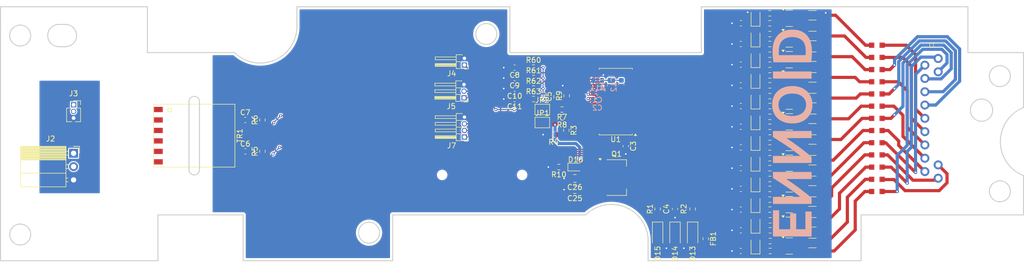
<source format=kicad_pcb>
(kicad_pcb (version 20240108) (generator "pcbnew") (generator_version "8.0")
  (layers (0 "F.Cu" signal) (31 "B.Cu" signal) (34 "B.Paste" user) (35 "F.Paste" user) (36 "B.SilkS" user "B.Silkscreen") (37 "F.SilkS" user "F.Silkscreen") (38 "B.Mask" user) (39 "F.Mask" user) (44 "Edge.Cuts" user))
  (net 0 "")
  (net 1 "GND")
  (net 2 "/Vref2")
  (net 3 "Net-(U1-Vref1)")
  (net 4 "Net-(U1-V+)")
  (net 5 "Net-(C4-Pad1)")
  (net 6 "/Vreg")
  (net 7 "Net-(C6-Pad1)")
  (net 8 "Net-(C7-Pad1)")
  (net 9 "/T2")
  (net 10 "/T1")
  (net 11 "/cell12/C")
  (net 12 "/cell11/C")
  (net 13 "/cell10/C")
  (net 14 "/cell10/CM")
  (net 15 "/cell8/C")
  (net 16 "/cell7/C")
  (net 17 "/cell6/C")
  (net 18 "/cell5/C")
  (net 19 "/cell4/C")
  (net 20 "/cell3/C")
  (net 21 "/cell2/C")
  (net 22 "/cell1/C")
  (net 23 "Net-(D13-K)")
  (net 24 "Net-(D16-K)")
  (net 25 "Net-(J1-Pin_13)")
  (net 26 "/cell12/C+")
  (net 27 "/cell11/C+")
  (net 28 "Net-(J1-Pin_12)")
  (net 29 "/cell10/C+")
  (net 30 "Net-(J1-Pin_11)")
  (net 31 "Net-(J1-Pin_10)")
  (net 32 "/cell10/C-")
  (net 33 "Net-(J1-Pin_9)")
  (net 34 "/cell8/C+")
  (net 35 "/cell7/C+")
  (net 36 "Net-(J1-Pin_8)")
  (net 37 "/cell6/C+")
  (net 38 "Net-(J1-Pin_7)")
  (net 39 "Net-(J1-Pin_6)")
  (net 40 "/cell5/C+")
  (net 41 "Net-(J1-Pin_5)")
  (net 42 "/cell4/C+")
  (net 43 "Net-(J1-Pin_4)")
  (net 44 "/cell3/C+")
  (net 45 "/cell2/C+")
  (net 46 "Net-(J1-Pin_3)")
  (net 47 "Net-(J1-Pin_2)")
  (net 48 "/cell1/C+")
  (net 49 "Net-(J1-Pin_1)")
  (net 50 "Net-(J2-Pin_1)")
  (net 51 "Net-(J2-Pin_2)")
  (net 52 "Net-(J3-Pin_2)")
  (net 53 "Net-(J3-Pin_1)")
  (net 54 "/DRIVE")
  (net 55 "Net-(Q2-D)")
  (net 56 "Net-(Q2-G)")
  (net 57 "Net-(Q3-D)")
  (net 58 "Net-(Q3-G)")
  (net 59 "Net-(Q4-D)")
  (net 60 "Net-(Q4-G)")
  (net 61 "Net-(Q5-G)")
  (net 62 "Net-(Q5-D)")
  (net 63 "Net-(Q6-G)")
  (net 64 "Net-(Q6-D)")
  (net 65 "Net-(Q7-G)")
  (net 66 "Net-(Q7-D)")
  (net 67 "Net-(Q8-D)")
  (net 68 "Net-(Q8-G)")
  (net 69 "Net-(Q9-G)")
  (net 70 "Net-(Q9-D)")
  (net 71 "Net-(Q10-D)")
  (net 72 "Net-(Q10-G)")
  (net 73 "Net-(Q11-G)")
  (net 74 "Net-(Q11-D)")
  (net 75 "Net-(Q12-G)")
  (net 76 "Net-(Q12-D)")
  (net 77 "Net-(Q13-D)")
  (net 78 "Net-(Q13-G)")
  (net 79 "Net-(U1-ICMP)")
  (net 80 "Net-(U1-IBIAS)")
  (net 81 "/IPB")
  (net 82 "/IMB")
  (net 83 "/IPA")
  (net 84 "/IMA")
  (net 85 "Net-(U1-WDT)")
  (net 86 "Net-(U1-ISOMD)")
  (net 87 "Net-(U1-DTEN)")
  (net 88 "/cell12/S")
  (net 89 "/cell11/S")
  (net 90 "/cell10/S")
  (net 91 "/cell9/S")
  (net 92 "/cell8/S")
  (net 93 "/cell7/S")
  (net 94 "/cell6/S")
  (net 95 "/cell5/S")
  (net 96 "/cell4/S")
  (net 97 "/cell3/S")
  (net 98 "/cell2/S")
  (net 99 "/cell1/S")
  (net 104 "/T3{slash}GPIO")
  (net 105 "/T4{slash}SDA")
  (net 106 "/T5{slash}SCL")
  (net 107 "Net-(J7-Pin_1)")
  (net 108 "Net-(J5-Pin_1)")
  (net 109 "GNDCHA")
  (footprint "Resistor_SMD:R_0603_1608Metric" (layer "F.Cu") (at 154.605461 74 180)
    (property "Reference" "R7")
    (property "Value" "1M")
  )
  (footprint "Capacitor_SMD:C_0603_1608Metric" (layer "F.Cu") (at 188.684409 89.162038 180)
    (property "Reference" "C16" (hide yes))
    (property "Value" "100n")
  )
  (footprint "Resistor_SMD:R_1206_3216Metric" (layer "F.Cu") (at 202.351909 99.499 180)
    (property "Reference" "R12" (hide yes))
    (property "Value" "36")
  )
  (footprint "Diode_SMD:D_SOD-323" (layer "F.Cu") (at 191.491409 84.158052 90)
    (property "Reference" "D5" (hide yes))
    (property "Value" "PDZ7.5B")
  )
  (footprint "Package_SO:TSSOP-48_6.1x12.5mm_P0.5mm" (layer "F.Cu") (at 164.846 72.5 180)
    (property "Reference" "U1")
    (property "Value" "LTC6811-1")
  )
  (footprint "Resistor_SMD:R_0603_1608Metric" (layer "F.Cu") (at 149.175 70)
    (property "Reference" "R62")
    (property "Value" "100k")
  )
  (footprint "Resistor_SMD:R_0603_1608Metric" (layer "F.Cu") (at 155.430461 77.975 -90)
    (property "Reference" "R3")
    (property "Value" "1.2k")
  )
  (footprint "Diode_SMD:D_SOD-123" (layer "F.Cu") (at 176.15 97.85 -90)
    (property "Reference" "D14")
    (property "Value" "1N4148W")
  )
  (footprint "ENNOID:FUSE" (layer "F.Cu") (at 214.63 64.050333 180)
    (property "Reference" "F12" (hide yes))
    (property "Value" "0.25A" (hide yes))
  )
  (footprint "ENNOID:FUSE" (layer "F.Cu") (at 214.63 80.348664 180)
    (property "Reference" "F5" (hide yes))
    (property "Value" "0.25A" (hide yes))
  )
  (footprint "LED_SMD:LED_0603_1608Metric" (layer "F.Cu") (at 157.2125 85)
    (property "Reference" "D16")
    (property "Value" "LED")
  )
  (footprint "Resistor_SMD:R_0603_1608Metric" (layer "F.Cu") (at 194.222409 81.254066)
    (property "Reference" "R28" (hide yes))
    (property "Value" "100")
  )
  (footprint "Capacitor_SMD:C_0603_1608Metric" (layer "F.Cu") (at 188.684409 77.30008 180)
    (property "Reference" "C19" (hide yes))
    (property "Value" "100n")
  )
  (footprint "Diode_SMD:D_SOD-323" (layer "F.Cu") (at 191.491409 96.02001 90)
    (property "Reference" "D2" (hide yes))
    (property "Value" "PDZ7.5B")
  )
  (footprint "Diode_SMD:D_SOD-123" (layer "F.Cu") (at 179.5 97.85 -90)
    (property "Reference" "D13")
    (property "Value" "1N4148W")
  )
  (footprint "Resistor_SMD:R_0603_1608Metric" (layer "F.Cu") (at 194.222409 69.392108)
    (property "Reference" "R37" (hide yes))
    (property "Value" "100")
  )
  (footprint "Capacitor_SMD:C_0603_1608Metric" (layer "F.Cu") (at 145.575 66 180)
    (property "Reference" "C8")
    (property "Value" "100n")
  )
  (footprint "Resistor_SMD:R_1206_3216Metric" (layer "F.Cu") (at 202.351909 71.821094 180)
    (property "Reference" "R33" (hide yes))
    (property "Value" "36")
  )
  (footprint "Resistor_SMD:R_0603_1608Metric" (layer "F.Cu") (at 194.222409 89.162038)
    (property "Reference" "R22" (hide yes))
    (property "Value" "100")
  )
  (footprint "Package_TO_SOT_SMD:SOT-23" (layer "F.Cu") (at 197.919907 64.488122)
    (property "Reference" "Q11" (hide yes))
    (property "Value" "TSM2323")
  )
  (footprint "Capacitor_SMD:C_0603_1608Metric" (layer "F.Cu") (at 188.684409 65.438122 180)
    (property "Reference" "C22" (hide yes))
    (property "Value" "100n")
  )
  (footprint "Capacitor_SMD:C_0603_1608Metric" (layer "F.Cu") (at 188.684409 61.484136 180)
    (property "Reference" "C23" (hide yes))
    (property "Value" "100n")
  )
  (footprint "Jumper:SolderJumper-2_P1.3mm_Open_Pad1.0x1.5mm" (layer "F.Cu") (at 150.85 74)
    (property "Reference" "JP2")
    (property "Value" "SolderJumper_2_Open")
  )
  (footprint "Jumper:SolderJumper-2_P1.3mm_Open_Pad1.0x1.5mm" (layer "F.Cu") (at 150.85 76.5)
    (property "Reference" "JP1")
    (property "Value" "SolderJumper_2_Open")
  )
  (footprint "Diode_SMD:D_SOD-323" (layer "F.Cu") (at 191.491409 72.296094 90)
    (property "Reference" "D8" (hide yes))
    (property "Value" "PDZ7.5B")
  )
  (footprint "Capacitor_SMD:C_0603_1608Metric" (layer "F.Cu") (at 188.684409 81.254066 180)
    (property "Reference" "C18" (hide yes))
    (property "Value" "100n")
  )
  (footprint "Resistor_SMD:R_0603_1608Metric" (layer "F.Cu") (at 97.5 82 90)
    (property "Reference" "R5")
    (property "Value" "100")
  )
  (footprint "Resistor_SMD:R_0603_1608Metric" (layer "F.Cu") (at 149.175 72)
    (property "Reference" "R63")
    (property "Value" "100k")
  )
  (footprint "ENNOID:FUSE" (layer "F.Cu") (at 214.63 78.020331 180)
    (property "Reference" "F6" (hide yes))
    (property "Value" "0.25A" (hide yes))
  )
  (footprint "Resistor_SMD:R_0603_1608Metric" (layer "F.Cu") (at 182 98.675 -90)
    (property "Reference" "FB1")
    (property "Value" "33")
  )
  (footprint "ENNOID:HM2102NL" (layer "F.Cu") (at 84.5 79 -90)
    (property "Reference" "TR1")
    (property "Value" "HM2102NL")
  )
  (footprint "ENNOID:FUSE" (layer "F.Cu") (at 214.63 68.706999 180)
    (property "Reference" "F10" (hide yes))
    (property "Value" "0.25A" (hide yes))
  )
  (footprint "Resistor_SMD:R_1206_3216Metric" (layer "F.Cu") (at 202.351909 59.959136 180)
    (property "Reference" "R42" (hide yes))
    (property "Value" "36")
  )
  (footprint "Capacitor_SMD:C_0603_1608Metric" (layer "F.Cu") (at 188.684409 101.024 180)
    (property "Reference" "C13" (hide yes))
    (property "Value" "100n")
  )
  (footprint "Resistor_SMD:R_0603_1608Metric" (layer "F.Cu") (at 194.222409 83.308052)
    (property "Reference" "R26" (hide yes))
    (property "Value" "3.3k")
  )
  (footprint "Resistor_SMD:R_0603_1608Metric" (layer "F.Cu") (at 149.175 66)
    (property "Reference" "R60")
    (property "Value" "100k")
  )
  (footprint "Resistor_SMD:R_0603_1608Metric" (layer "F.Cu") (at 154 85 180)
    (property "Reference" "R10")
    (property "Value" "1.2k")
  )
  (footprint "Diode_SMD:D_SOD-323" (layer "F.Cu") (at 191.491409 76.25008 90)
    (property "Reference" "D7" (hide yes))
    (property "Value" "PDZ7.5B")
  )
  (footprint "Package_TO_SOT_SMD:SOT-23" (layer "F.Cu") (at 197.919907 96.12001)
    (property "Reference" "Q3" (hide yes))
    (property "Value" "TSM2323")
  )
  (footprint "Resistor_SMD:R_0603_1608Metric" (layer "F.Cu") (at 194.222409 75.40008)
    (property "Reference" "R32" (hide yes))
    (property "Value" "3.3k")
  )
  (footprint "Package_TO_SOT_SMD:SOT-23" (layer "F.Cu") (at 197.919907 88.212038)
    (property "Reference" "Q5" (hide yes))
    (property "Value" "TSM2323")
  )
  (footprint "Resistor_SMD:R_0603_1608Metric" (layer "F.Cu") (at 194.285409 101.024)
    (property "Reference" "R13" (hide yes))
    (property "Value" "100")
  )
  (footprint "Capacitor_SMD:C_0603_1608Metric" (layer "F.Cu") (at 188.684409 93.116024 180)
    (property "Reference" "C15" (hide yes))
    (property "Value" "100n")
  )
  (footprint "Diode_SMD:D_SOD-323" (layer "F.Cu") (at 191.491409 88.112038 90)
    (property "Reference" "D4" (hide yes))
    (property "Value" "PDZ7.5B")
  )
  (footprint "Capacitor_SMD:C_0805_2012Metric" (layer "F.Cu") (at 157.05 89.3 180)
    (property "Reference" "C25")
    (property "Value" "1u")
  )
  (footprint "Resistor_SMD:R_0603_1608Metric" (layer "F.Cu") (at 179.5 93 90)
    (property "Reference" "R2")
    (property "Value" "100")
  )
  (footprint "Package_TO_SOT_SMD:SOT-23" (layer "F.Cu") (at 197.919907 84.258052)
    (property "Reference" "Q6" (hide yes))
    (property "Value" "TSM2323")
  )
  (footprint "Resistor_SMD:R_0603_1608Metric" (layer "F.Cu") (at 194.222409 77.30008)
    (property "Reference" "R31" (hide yes))
    (property "Value" "100")
  )
  (footprint "ENNOID:FUSE" (layer "F.Cu") (at 214.63 73.363665 180)
    (property "Reference" "F8" (hide yes))
    (property "Value" "0.25A" (hide yes))
  )
  (footprint "Capacitor_SMD:C_0805_2012Metric" (layer "F.Cu") (at 157.05 87.165 180)
    (property "Reference" "C26")
    (property "Value" "1u")
  )
  (footprint "Resistor_SMD:R_0603_1608Metric" (layer "F.Cu") (at 194.222409 65.438122)
    (property "Reference" "R40" (hide yes))
    (property "Value" "100")
  )
  (footprint "Resistor_SMD:R_0603_1608Metric" (layer "F.Cu") (at 154.605461 75.494416 180)
    (property "Reference" "R8")
    (property "Value" "0")
  )
  (footprint "Capacitor_SMD:C_0603_1608Metric" (layer "F.Cu") (at 188.684409 69.392108 180)
    (property "Reference" "C21" (hide yes))
    (property "Value" "100n")
  )
  (footprint "Package_TO_SOT_SMD:SOT-23" (layer "F.Cu") (at 197.919907 72.396094)
    (property "Reference" "Q9" (hide yes))
    (property "Value" "TSM2323")
  )
  (footprint "ENNOID:SCiB Header" (layer "F.Cu") (at 223.774 75.691998)
    (property "Reference" "J1")
    (property "Value" "Cells" (hide yes))
  )
  (footprint "Resistor_SMD:R_0603_1608Metric" (layer "F.Cu") (at 194.285409 95.17001)
    (property "Reference" "R17" (hide yes))
    (property "Value" "3.3k")
  )
  (footprint "Capacitor_SMD:C_0603_1608Metric" (layer "F.Cu") (at 166.759066 81 -90)
    (property "Reference" "C3")
    (property "Value" "100n")
  )
  (footprint "Resistor_SMD:R_0603_1608Metric" (layer "F.Cu") (at 194.222409 59.584136)
    (property "Reference" "R44" (hide yes))
    (property "Value" "3.3k")
  )
  (footprint "Resistor_SMD:R_0603_1608Metric" (layer "F.Cu") (at 172.825 93 90)
    (property "Reference" "R1")
    (property "Value" "100")
  )
  (footprint "Resistor_SMD:R_0603_1608Metric" (layer "F.Cu") (at 194.222409 87.262038)
    (property "Reference" "R23" (hide yes))
    (property "Value" "3.3k")
  )
  (footprint "Capacitor_SMD:C_0603_1608Metric" (layer "F.Cu") (at 145.575 70 180)
    (property "Reference" "C10")
    (property "Value" "100n")
  )
  (footprint "Diode_SMD:D_SOD-323" (layer "F.Cu") (at 191.491409 92.066024 90)
    (property "Reference" "D3" (hide yes))
    (property "Value" "PDZ7.5B")
  )
  (footprint "Resistor_SMD:R_0603_1608Metric" (layer "F.Cu") (at 194.222409 67.492108)
    (property "Reference" "R38" (hide yes))
    (property "Value" "3.3k")
  )
  (footprint "Connector_PinHeader_1.27mm:PinHeader_1x02_P1.27mm_Horizontal" (layer "F.Cu") (at 136 65.5 180)
    (property "Reference" "J4")
    (property "Value" "Conn_01x02")
  )
  (footprint "Resistor_SMD:R_0603_1608Metric" (layer "F.Cu") (at 194.222409 61.484136)
    (property "Reference" "R43" (hide yes))
    (property "Value" "100")
  )
  (footprint "Connector_PinHeader_1.27mm:PinHeader_1x04_P1.27mm_Horizontal" (layer "F.Cu") (at 136 79.27 180)
    (property "Reference" "J7")
    (property "Value" "Conn_01x04")
  )
  (footprint "Diode_SMD:D_SOD-323" (layer "F.Cu") (at 191.491409 80.204066 90)
    (property "Reference" "D6" (hide yes))
    (property "Value" "PDZ7.5B")
  )
  (footprint "ENNOID:FUSE" (layer "F.Cu") (at 214.63 87.333663 180)
    (property "Reference" "F2" (hide yes))
    (property "Value" "0.25A" (hide yes))
  )
  (footprint "Resistor_SMD:R_0603_1608Metric" (layer "F.Cu") (at 153 78.8 180)
    (property "Reference" "R4")
    (property "Value" "806")
  )
  (footprint "Capacitor_SMD:C_0603_1608Metric" (layer "F.Cu") (at 188.684409 85.208052 180)
    (property "Reference" "C17" (hide yes))
    (property "Value" "100n")
  )
  (footprint "Resistor_SMD:R_0603_1608Metric" (layer "F.Cu") (at 194.285409 99.124)
    (property "Reference" "R14" (hide yes))
    (property "Value" "3.3k")
  )
  (footprint "Resistor_SMD:R_0603_1608Metric" (layer "F.Cu") (at 194.222409 91.216024)
    (property "Reference" "R20" (hide yes))
    (property "Value" "3.3k")
  )
  (footprint "Package_TO_SOT_SMD:SOT-23" (layer "F.Cu") (at 197.919907 100.074)
    (property "Reference" "Q2" (hide yes))
    (property "Value" "TSM2323")
  )
  (footprint "ENNOID:FUSE" (layer "F.Cu") (at 214.63 71.035332 180)
    (property "Reference" "F9" (hide yes))
    (property "Value" "0.25A" (hide yes))
  )
  (footprint "Resistor_SMD:R_1206_3216Metric" (layer "F.Cu") (at 202.351909 63.913122 180)
    (property "Reference" "R39" (hide yes))
    (property "Value" "36")
  )
  (footprint "Resistor_SMD:R_0603_1608Metric" (layer "F.Cu") (at 194.222409 85.208052)
    (property "Reference" "R25" (hide yes))
    (property "Value" "100")
  )
  (footprint "Resistor_SMD:R_0603_1608Metric" (layer "F.Cu") (at 155.5 71.375001 90)
    (property "Reference" "R9")
    (property "Value" "0")
  )
  (footprint "Capacitor_SMD:C_0603_1608Metric" (layer "F.Cu") (at 94.225 82)
    (property "Reference" "C6")
    (property "Value" "100p")
  )
  (footprint "ENNOID:FUSE" (layer "F.Cu") (at 214.63 75.691998 180)
    (property "Reference" "F7" (hide yes))
    (property "Value" "0.25A" (hide yes))
  )
  (footprint "Diode_SMD:D_SOD-323" (layer "F.Cu") (at 191.5 56.48015 90)
    (property "Reference" "D12" (hide yes))
    (property "Value" "PDZ7.5B")
  )
  (footprint "Resistor_SMD:R_0603_1608Metric" (layer "F.Cu") (at 194.222409 55.63015)
    (property "Reference" "R47" (hide yes))
    (property "Value" "3.3k")
  )
  (footprint "Package_TO_SOT_SMD:SOT-23" (layer "F.Cu") (at 197.919907 56.58015)
    (property "Reference" "Q13" (hide yes))
    (property "Value" "TSM2323")
  )
  (footprint "Capacitor_SMD:C_0805_2012Metric" (layer "F.Cu") (at 153.780461 71.550001 90)
    (property "Reference" "C5")
    (property "Value" "1u")
  )
  (footprint "ENNOID:FUSE" (layer "F.Cu") (at 214.63 61.722 180)
    (property "Reference" "F13" (hide yes))
    (property "Value" "0.25A" (hide yes))
  )
  (footprint "Resistor_SMD:R_1206_3216Metric" (layer "F.Cu") (at 202.351909 83.683052 180)
    (property "Reference" "R24" (hide yes))
    (property "Value" "36")
  )
  (footprint "Diode_SMD:D_SOD-323" (layer "F.Cu") (at 191.491409 64.388122 90)
    (property "Reference" "D10" (hide yes))
    (property "Value" "PDZ7.5B")
  )
  (footprint "Resistor_SMD:R_0603_1608Metric" (layer "F.Cu") (at 97.5 76 90)
    (property "Reference" "R6")
    (property "Value" "100")
  )
  (footprint "Capacitor_SMD:C_0603_1608Metric" (layer "F.Cu") (at 188.684409 73.346094 180)
    (property "Reference" "C20" (hide yes))
    (property "Value" "100n")
  )
  (footprint "ENNOID:FUSE" (layer "F.Cu") (at 214.63 66.378666 180)
    (property "Reference" "F11" (hide yes))
    (property "Value" "0.25A" (hide yes))
  )
  (footprint "ENNOID:FUSE" (layer "F.Cu") (at 214.63 85.00533 180)
    (property "Reference" "F3" (hide yes))
    (property "Value" "0.25A" (hide yes))
  )
  (footprint "Package_TO_SOT_SMD:SOT-23" (layer "F.Cu") (at 197.919907 60.534136)
    (property "Reference" "Q12" (hide yes))
    (property "Value" "TSM2323")
  )
  (footprint "Resistor_SMD:R_0603_1608Metric" (layer "F.Cu") (at 194.222409 71.446094)
    (property "Reference" "R35" (hide yes))
    (property "Value" "3.3k")
  )
  (footprint "Package_TO_SOT_SMD:SOT-23" (layer "F.Cu") (at 197.919907 92.166024)
    (property "Reference" "Q4" (hide yes))
    (property "Value" "TSM2323")
  )
  (footprint "Resistor_SMD:R_1206_3216Metric" (layer "F.Cu") (at 202.351909 75.77508 180)
    (property "Reference" "R30" (hide yes))
    (property "Value" "36")
  )
  (footprint "Resistor_SMD:R_1206_3216Metric" (layer "F.Cu") (at 202.351909 67.867108 180)
    (property "Reference" "R36" (hide yes))
    (property "Value" "36")
  )
  (footprint "Resistor_SMD:R_1206_3216Metric" (layer "F.Cu") (at 202.351909 87.637038 180)
    (property "Reference" "R21" (hide yes))
    (property "Value" "36")
  )
  (footprint "Resistor_SMD:R_0603_1608Metric" (layer "F.Cu") (at 194.222409 57.53015)
    (property "Reference" "R46" (hide yes))
    (property "Value" "100")
  )
  (footprint "Resistor_SMD:R_0603_1608Metric" (layer "F.Cu") (at 194.222409 73.346094)
    (property "Reference" "R34" (hide yes))
    (property "Value" "100")
  )
  (footprint "Connector_PinSocket_1.27mm:PinSocket_1x03_P1.27mm_Vertical" (layer "F.Cu") (at 61.5 73.0964)
    (property "Reference" "J3")
    (property "Value" "PA MB")
  )
  (footprint "Package_TO_SOT_SMD:SOT-23" (layer "F.Cu") (at 197.919907 68.442108)
    (property "Reference" "Q10" (hide yes))
    (property "Value" "TSM2323")
  )
  (footprint "Capacitor_SMD:C_0603_1608Metric" (layer "F.Cu") (at 145.575 68 180)
    (property "Reference" "C9")
    (property "Value" "100n")
  )
  (footprint "Connector_PinHeader_1.27mm:PinHeader_1x03_P1.27mm_Horizontal" (layer "F.Cu") (at 135.925 71.77 180)
    (property "Reference" "J5")
    (property "Value" "Conn_01x03")
  )
  (footprint "Capacitor_SMD:C_0603_1608Metric" (layer "F.Cu") (at 176.15 93 -90)
    (property "Reference" "C4")
    (property "Value" "100n")
  )
  (footprint "Connector_PinSocket_2.54mm:PinSocket_1x03_P2.54mm_Horizontal" (layer "F.Cu") (at 61.5 82.3636)
    (property "Reference" "J2")
    (property "Value" "PA MA")
  )
  (footprint "Capacitor_SMD:C_0603_1608Metric" (layer "F.Cu") (at 94.225 76)
    (property "Reference" "C7")
    (property "Value" "100p")
  )
  (footprint "Resistor_SMD:R_0603_1608Metric" (layer "F.Cu") (at 194.222409 79.354066)
    (property "Reference" "R29" (hide yes))
    (property "Value" "3.3k")
  )
  (footprint "Resistor_SMD:R_1206_3216Metric" (layer "F.Cu") (at 202.351909 79.729066 180)
    (property "Reference" "R27" (hide yes))
    (property "Value" "36")
  )
  (footprint "Diode_SMD:D_SOD-123" (layer "F.Cu") (at 172.825 97.85 -90)
    (property "Reference" "D15")
    (property "Value" "BZT52H-C62")
  )
  (footprint "Resistor_SMD:R_0603_1608Metric" (layer "F.Cu") (at 194.222409 93.116024)
    (property "Reference" "R19" (hide yes))
    (property "Value" "100")
  )
  (footprint "Resistor_SMD:R_1206_3216Metric" (layer "F.Cu") (at 202.351909 91.591024 180)
    (property "Reference" "R18" (hide yes))
    (property "Value" "36")
  )
  (footprint "Diode_SMD:D_SOD-323" (layer "F.Cu") (at 191.491409 60.434136 90)
    (property "Reference" "D11" (hide yes))
    (property "Value" "PDZ7.5B")
  )
  (footprint "Resistor_SMD:R_0603_1608Metric" (layer "F.Cu") (at 194.285409 97.07001)
    (property "Reference" "R16" (hide yes))
    (property "Value" "100")
  )
  (footprint "Resistor_SMD:R_0603_1608Metric" (layer "F.Cu") (at 194.222409 63.538122)
    (property "Reference" "R41" (hide yes))
    (property "Value" "3.3k")
  )
  (footprint "ENNOID:FUSE" (layer "F.Cu") (at 214.63 89.662 180)
    (property "Reference" "F1" (hide yes))
    (property "Value" "0.25A" (hide yes))
  )
  (footprint "Resistor_SMD:R_1206_3216Metric" (layer "F.Cu") (at 202.351909 95.54501 180)
    (property "Reference" "R15" (hide yes))
    (property "Value" "36")
  )
  (footprint "Package_TO_SOT_SMD:SOT-23" (layer "F.Cu") (at 197.919907 76.35008)
    (property "Reference" "Q8" (hide yes))
    (property "Value" "TSM2323")
  )
  (footprint "Package_TO_SOT_SMD:SOT-23" (layer "F.Cu") (at 197.919907 80.304066)
    (property "Reference" "Q7" (hide yes))
    (property "Value" "TSM2323")
  )
  (footprint "Capacitor_SMD:C_0603_1608Metric" (layer "F.Cu") (at 145.575 72 180)
    (property "Reference" "C11")
    (property "Value" "100n")
  )
  (footprint "Diode_SMD:D_SOD-323" (layer "F.Cu") (at 191.491409 99.974 90)
    (property "Reference" "D1" (hide yes))
    (property "Value" "PDZ7.5B")
  )
  (footprint "Resistor_SMD:R_0603_1608Metric" (layer "F.Cu") (at 149.175 68)
    (property "Reference" "R61")
    (property "Value" "100k")
  )
  (footprint "ENNOID:FUSE" (layer "F.Cu") (at 214.63 82.676997 180)
    (property "Reference" "F4" (hide yes))
    (property "Value" "0.25A" (hide yes))
  )
  (footprint "Diode_SMD:D_SOD-323" (layer "F.Cu") (at 191.491409 68.342108 90)
    (property "Reference" "D9" (hide yes))
    (property "Value" "PDZ7.5B")
  )
  (footprint "Capacitor_SMD:C_0603_1608Metric" (layer "F.Cu") (at 188.684409 97.07001 180)
    (property "Reference" "C14" (hide yes))
    (property "Value" "100n")
  )
  (footprint "Resistor_SMD:R_1206_3216Metric" (layer "F.Cu") (at 202.351909 56.00615 180)
    (property "Reference" "R45" (hide yes))
    (property "Value" "36")
  )
  (footprint "Capacitor_SMD:C_0603_1608Metric" (layer "F.Cu") (at 188.697409 57.53015 180)
    (property "Reference" "C24" (hide yes))
    (property "Value" "100n")
  )
  (footprint "Package_TO_SOT_SMD:SOT-223" (layer "F.Cu") (at 165 87)
    (property "Reference" "Q1")
    (property "Value" "NSV1C201MZ4")
  )
  (footprint "Resistor_SMD:R_0603_1608Metric" (layer "B.Cu") (at 161.386808 68.433436)
    (property "Reference" "R11")
    (property "Value" "100k")
  )
  (footprint "ENNOID:ENNOID-LOGO" (layer "B.Cu") (at 197.784263 78.478222 90)
    (property "Reference" "LOGO1" (hide yes))
    (property "Value" "Logo_Open_Hardware_Small" (hide yes))
  )
  (footprint "Resistor_SMD:R_0805_2012Metric" (layer "B.Cu") (at 164 69.345936 -90)
    (property "Reference" "TH1")
    (property "Value" "100k")
  )
  (footprint "Capacitor_SMD:C_0603_1608Metric" (layer "B.Cu") (at 165.9125 69.208436 -90)
    (property "Reference" "C12")
    (property "Value" "100n")
  )
  (footprint "Capacitor_SMD:C_0603_1608Metric" (layer "B.Cu") (at 161.336808 70.734986)
    (property "Reference" "C1")
    (property "Value" "1u")
  )
  (footprint "Capacitor_SMD:C_0603_1608Metric" (layer "B.Cu") (at 161.336808 72.25199)
    (property "Reference" "C2")
    (property "Value" "1u")
  )
  (gr_circle (center 117.823025 97.528251) (end 117.823025 99.528251) (stroke (width 0.2)) (fill none) (layer "Edge.Cuts"))
  (gr_line (start 144.673025 54.378251) (end 104.073025 54.378251) (stroke (width 0.2)) (layer "Edge.Cuts"))
  (gr_line (start 104.073025 54.378251) (end 104.073025 58.128251) (stroke (width 0.2)) (layer "Edge.Cuts"))
  (gr_circle (center 238.073025 89.628251) (end 238.073025 91.628251) (stroke (width 0.2)) (fill none) (layer "Edge.Cuts"))
  (gr_circle (center 51.323025 97.878251) (end 51.323025 99.878251) (stroke (width 0.2)) (fill none) (layer "Edge.Cuts"))
  (gr_line (start 181.173025 63.128251) (end 144.673025 63.128251) (stroke (width 0.2)) (layer "Edge.Cuts"))
  (gr_line (start 242.573025 94.128251) (end 242.573025 86.62825) (stroke (width 0.2)) (layer "Edge.Cuts"))
  (gr_line (start 58.698025 62.003251) (end 59.948025 62.003251) (stroke (width 0.2)) (layer "Edge.Cuts"))
  (gr_line (start 242.573025 73.628251) (end 242.573025 63.128251) (stroke (width 0.2)) (layer "Edge.Cuts"))
  (gr_line (start 77.573025 102.878251) (end 77.573025 94.128251) (stroke (width 0.2)) (layer "Edge.Cuts"))
  (gr_circle (center 140.173025 59.578251) (end 140.173025 61.578251) (stroke (width 0.2)) (fill none) (layer "Edge.Cuts"))
  (gr_arc (start 58.698025 62.003251) (mid 56.573025 59.878251) (end 58.698025 57.753251) (stroke (width 0.2)) (layer "Edge.Cuts"))
  (gr_line (start 93.823025 94.128251) (end 93.823025 102.878251) (stroke (width 0.2)) (layer "Edge.Cuts"))
  (gr_line (start 171.023025 99.128249) (end 171.023025 102.878251) (stroke (width 0.2)) (layer "Edge.Cuts"))
  (gr_arc (start 159.124047 94.128251) (mid 166.734771 92.674847) (end 171.023025 99.128249) (stroke (width 0.2)) (layer "Edge.Cuts"))
  (gr_line (start 59.948025 57.753251) (end 58.698025 57.753251) (stroke (width 0.2)) (layer "Edge.Cuts"))
  (gr_line (start 75.573025 54.378251) (end 47.573025 54.378251) (stroke (width 0.2)) (layer "Edge.Cuts"))
  (gr_line (start 171.023025 102.878251) (end 211.623025 102.878251) (stroke (width 0.2)) (layer "Edge.Cuts"))
  (gr_arc (start 85.5 85.5) (mid 84.5 86.5) (end 83.5 85.5) (stroke (width 0.2)) (layer "Edge.Cuts"))
  (gr_line (start 144.673025 63.128251) (end 144.673025 54.378251) (stroke (width 0.2)) (layer "Edge.Cuts"))
  (gr_line (start 211.623025 94.128251) (end 242.573025 94.128251) (stroke (width 0.2)) (layer "Edge.Cuts"))
  (gr_line (start 75.573025 63.128251) (end 75.573025 54.378251) (stroke (width 0.2)) (layer "Edge.Cuts"))
  (gr_line (start 242.573025 63.128251) (end 231.973025 63.128251) (stroke (width 0.2)) (layer "Edge.Cuts"))
  (gr_line (start 92.174046 63.128251) (end 75.573025 63.128251) (stroke (width 0.2)) (layer "Edge.Cuts"))
  (gr_arc (start 242.573025 86.62825) (mid 238.1711 80.12825) (end 242.573025 73.628251) (stroke (width 0.2)) (layer "Edge.Cuts"))
  (gr_line (start 47.573025 102.878251) (end 77.573025 102.878251) (stroke (width 0.2)) (layer "Edge.Cuts"))
  (gr_line (start 211.623025 102.878251) (end 211.623025 94.128251) (stroke (width 0.2)) (layer "Edge.Cuts"))
  (gr_circle (center 238.073025 67.628251) (end 238.073025 69.628251) (stroke (width 0.2)) (fill none) (layer "Edge.Cuts"))
  (gr_line (start 122.323025 94.128251) (end 159.124047 94.128251) (stroke (width 0.2)) (layer "Edge.Cuts"))
  (gr_line (start 231.973025 54.378251) (end 181.173025 54.378251) (stroke (width 0.2)) (layer "Edge.Cuts"))
  (gr_circle (center 234.573025 74.128251) (end 234.573025 76.253251) (stroke (width 0.2)) (fill none) (layer "Edge.Cuts"))
  (gr_arc (start 83.5 72.5) (mid 84.5 71.5) (end 85.5 72.5) (stroke (width 0.2)) (layer "Edge.Cuts"))
  (gr_arc (start 104.073025 58.128251) (mid 99.784772 64.581655) (end 92.174046 63.128251) (stroke (width 0.2)) (layer "Edge.Cuts"))
  (gr_line (start 93.823025 102.878251) (end 122.323025 102.878251) (stroke (width 0.2)) (layer "Edge.Cuts"))
  (gr_line (start 77.573025 94.128251) (end 93.823025 94.128251) (stroke (width 0.2)) (layer "Edge.Cuts"))
  (gr_arc (start 59.948025 57.753251) (mid 62.073025 59.878251) (end 59.948025 62.003251) (stroke (width 0.2)) (layer "Edge.Cuts"))
  (gr_line (start 47.573025 54.378251) (end 47.573025 102.878251) (stroke (width 0.2)) (layer "Edge.Cuts"))
  (gr_line (start 181.173025 54.378251) (end 181.173025 63.128251) (stroke (width 0.2)) (layer "Edge.Cuts"))
  (gr_line (start 122.323025 102.878251) (end 122.323025 94.128251) (stroke (width 0.2)) (layer "Edge.Cuts"))
  (gr_line (start 83.5 72.5) (end 83.5 85.5) (stroke (width 0.2)) (layer "Edge.Cuts"))
  (gr_line (start 85.5 72.5) (end 85.5 85.5) (stroke (width 0.2)) (layer "Edge.Cuts"))
  (gr_circle (center 51.323025 59.878251) (end 51.323025 61.878251) (stroke (width 0.2)) (fill none) (layer "Edge.Cuts"))
  (gr_line (start 231.973025 63.128251) (end 231.973025 54.378251) (stroke (width 0.2)) (layer "Edge.Cuts"))
  (segment (start 176.15 94.65) (end 176.15 93.775) (width 0.2) (layer "F.Cu") (net 1))
  (segment (start 160.5 69.5) (end 162.5 69.5) (width 0.8) (layer "F.Cu") (net 1))
  (segment (start 96 82) (end 95 82) (width 0.2) (layer "F.Cu") (net 1))
  (segment (start 156.1 87.165) (end 155 87.165) (width 0.6) (layer "F.Cu") (net 1))
  (segment (start 187.922409 57.53015) (end 187 57.53015) (width 0.6) (layer "F.Cu") (net 1))
  (segment (start 161.1335 67.25) (end 162.35 67.25) (width 0.2) (layer "F.Cu") (net 1))
  (segment (start 187 69.392108) (end 187.909409 69.392108) (width 0.6) (layer "F.Cu") (net 1))
  (segment (start 190 55.43015) (end 191.5 55.43015) (width 0.6) (layer "F.Cu") (net 1))
  (segment (start 162.35 67.25) (end 162.5 67.4) (width 0.2) (layer "F.Cu") (net 1))
  (segment (start 187.909409 65.438122) (end 187 65.438122) (width 0.6) (layer "F.Cu") (net 1))
  (segment (start 187 61.484136) (end 187.909409 61.484136) (width 0.6) (layer "F.Cu") (net 1))
  (segment (start 187 85.208052) (end 187.909409 85.208052) (width 0.6) (layer "F.Cu") (net 1))
  (segment (start 155.5 70.550001) (end 155.5 69.784499) (width 0.2) (layer "F.Cu") (net 1))
  (segment (start 155 89.3) (end 156.1 89.3) (width 0.6) (layer "F.Cu") (net 1))
  (segment (start 187 101.024) (end 187.909409 101.024) (width 0.6) (layer "F.Cu") (net 1))
  (segment (start 143.5 72) (end 144.8 72) (width 0.2) (layer "F.Cu") (net 1))
  (segment (start 153.780461 70.600001) (end 153.780461 69.808602) (width 0.2) (layer "F.Cu") (net 1))
  (segment (start 187 89.162038) (end 187.909409 89.162038) (width 0.6) (layer "F.Cu") (net 1))
  (segment (start 187 77.30008) (end 187.909409 77.30008) (width 0.6) (layer "F.Cu") (net 1))
  (segment (start 187 73.346094) (end 187.909409 73.346094) (width 0.6) (layer "F.Cu") (net 1))
  (segment (start 212.472 61.722) (end 213.23 61.722) (width 0.6) (layer "F.Cu") (net 1))
  (segment (start 166.759066 82.5) (end 166.759066 81.775) (width 0.2) (layer "F.Cu") (net 1))
  (segment (start 155.5 69.784499) (end 155.158749 69.443248) (width 0.2) (layer "F.Cu") (net 1))
  (segment (start 203.814409 56.00615) (end 206.75615 56.00615) (width 0.6) (layer "F.Cu") (net 1))
  (segment (start 96 76) (end 95 76) (width 0.2) (layer "F.Cu") (net 1))
  (segment (start 152.175 78.8) (end 151 78.8) (width 0.2) (layer "F.Cu") (net 1))
  (segment (start 153.780461 69.808602) (end 154.145815 69.443248) (width 0.2) (layer "F.Cu") (net 1))
  (segment (start 187 81.254066) (end 187.909409 81.254066) (width 0.6) (layer "F.Cu") (net 1))
  (segment (start 153.175 85) (end 152 85) (width 0.2) (layer "F.Cu") (net 1))
  (segment (start 143.5 70) (end 144.8 70) (width 0.2) (layer "F.Cu") (net 1))
  (segment (start 187 97.07001) (end 187.909409 97.07001) (width 0.6) (layer "F.Cu") (net 1))
  (segment (start 206.75615 56.00615) (end 212.472 61.722) (width 0.6) (layer "F.Cu") (net 1))
  (segment (start 213.23 61.722) (end 213.58 61.722) (width 0.2) (layer "F.Cu") (net 1))
  (segment (start 155.158749 69.443248) (end 154.734878 69.443248) (width 0.2) (layer "F.Cu") (net 1))
  (segment (start 143.5 66) (end 144.8 66) (width 0.2) (layer "F.Cu") (net 1))
  (segment (start 187 93.116024) (end 187.909409 93.116024) (width 0.6) (layer "F.Cu") (net 1))
  (segment (start 154.145815 69.443248) (end 154.734878 69.443248) (width 0.2) (layer "F.Cu") (net 1))
  (segment (start 143.5 68) (end 144.8 68) (width 0.2) (layer "F.Cu") (net 1))
  (via (at 176.15 94.65) (size 0.6) (drill 0.3) (layers "F.Cu" "B.Cu") (net 1))
  (via (at 187 61.484136) (size 0.6) (drill 0.3) (layers "F.Cu" "B.Cu") (net 1))
  (via (at 190 55.43015) (size 0.6) (drill 0.3) (layers "F.Cu" "B.Cu") (net 1))
  (via (at 187 73.346094) (size 0.6) (drill 0.3) (layers "F.Cu" "B.Cu") (net 1))
  (via (at 143.5 66) (size 0.6) (drill 0.3) (layers "F.Cu" "B.Cu") (net 1))
  (via (at 162.5 67.4) (size 0.6) (drill 0.3) (layers "F.Cu" "B.Cu") (net 1))
  (via (at 143.5 70) (size 0.6) (drill 0.3) (layers "F.Cu" "B.Cu") (net 1))
  (via (at 204.873212 55.545677) (size 0.6) (drill 0.3) (layers "F.Cu" "B.Cu") (net 1))
  (via (at 187 85.208052) (size 0.6) (drill 0.3) (layers "F.Cu" "B.Cu") (net 1))
  (via (at 143.5 72) (size 0.6) (drill 0.3) (layers "F.Cu" "B.Cu") (net 1))
  (via (at 155 87.165) (size 0.6) (drill 0.3) (layers "F.Cu" "B.Cu") (net 1))
  (via (at 96 82) (size 0.6) (drill 0.3) (layers "F.Cu" "B.Cu") (net 1))
  (via (at 154.734878 69.443248) (size 0.6) (drill 0.3) (layers "F.Cu" "B.Cu") (net 1))
  (via (at 187 93.116024) (size 0.6) (drill 0.3) (layers "F.Cu" "B.Cu") (net 1))
  (via (at 187 89.162038) (size 0.6) (drill 0.3) (layers "F.Cu" "B.Cu") (net 1))
  (via (at 143.5 68) (size 0.6) (drill 0.3) (layers "F.Cu" "B.Cu") (net 1))
  (via (at 187 81.254066) (size 0.6) (drill 0.3) (layers "F.Cu" "B.Cu") (net 1))
  (via (at 187 65.438122) (size 0.6) (drill 0.3) (layers "F.Cu" "B.Cu") (net 1))
  (via (at 166.759066 82.5) (size 0.6) (drill 0.3) (layers "F.Cu" "B.Cu") (net 1))
  (via (at 96 76) (size 0.6) (drill 0.3) (layers "F.Cu" "B.Cu") (net 1))
  (via (at 187 57.53015) (size 0.6) (drill 0.3) (layers "F.Cu" "B.Cu") (net 1))
  (via (at 187 97.07001) (size 0.6) (drill 0.3) (layers "F.Cu" "B.Cu") (net 1))
  (via (at 162.5 69.5) (size 0.6) (drill 0.3) (layers "F.Cu" "B.Cu") (net 1))
  (via (at 187 101.024) (size 0.6) (drill 0.3) (layers "F.Cu" "B.Cu") (net 1))
  (via (at 177.829332 100.5) (size 0.6) (drill 0.3) (layers "F.Cu" "B.Cu") (net 1))
  (via (at 151 78.8) (size 0.6) (drill 0.3) (layers "F.Cu" "B.Cu") (net 1))
  (via (at 187 69.392108) (size 0.6) (drill 0.3) (layers "F.Cu" "B.Cu") (net 1))
  (via (at 152 85) (size 0.6) (drill 0.3) (layers "F.Cu" "B.Cu") (net 1))
  (via (at 174.5 100.5) (size 0.6) (drill 0.3) (layers "F.Cu" "B.Cu") (net 1))
  (via (at 187 77.30008) (size 0.6) (drill 0.3) (layers "F.Cu" "B.Cu") (net 1))
  (via (at 155 89.3) (size 0.6) (drill 0.3) (layers "F.Cu" "B.Cu") (net 1))
  (segment (start 151 66) (end 150 66) (width 0.2) (layer "F.Cu") (net 2))
  (segment (start 151 68) (end 150 68) (width 0.2) (layer "F.Cu") (net 2))
  (segment (start 157.000001 68.5) (end 159.6 71.099999) (width 0.2) (layer "F.Cu") (net 2))
  (segment (start 151.5 72) (end 152 71.5) (width 0.2) (layer "F.Cu") (net 2))
  (segment (start 154.370718 68.5) (end 157.000001 68.5) (width 0.2) (layer "F.Cu") (net 2))
  (segment (start 151 72) (end 150 72) (width 0.2) (layer "F.Cu") (net 2))
  (segment (start 161.1335 71.25) (end 159.750001 71.25) (width 0.2) (layer "F.Cu") (net 2))
  (segment (start 159.750001 71.25) (end 159.6 71.099999) (width 0.2) (layer "F.Cu") (net 2))
  (segment (start 152 70.870718) (end 154.370718 68.5) (width 0.2) (layer "F.Cu") (net 2))
  (segment (start 150 70) (end 151 70) (width 0.2) (layer "F.Cu") (net 2))
  (segment (start 152 71.5) (end 152 70.870718) (width 0.2) (layer "F.Cu") (net 2))
  (segment (start 151 72) (end 151.5 72) (width 0.2) (layer "F.Cu") (net 2))
  (via (at 151 72) (size 0.6) (drill 0.3) (layers "F.Cu" "B.Cu") (net 2))
  (via (at 151 70) (size 0.6) (drill 0.3) (layers "F.Cu" "B.Cu") (net 2))
  (via (at 151 68) (size 0.6) (drill 0.3) (layers "F.Cu" "B.Cu") (net 2))
  (via (at 151 66) (size 0.6) (drill 0.3) (layers "F.Cu" "B.Cu") (net 2))
  (via (at 159.6 71.099999) (size 0.6) (drill 0.3) (layers "F.Cu" "B.Cu") (net 2))
  (segment (start 151 70) (end 151 72) (width 0.2) (layer "B.Cu") (net 2))
  (segment (start 151 68) (end 151 70) (width 0.2) (layer "B.Cu") (net 2))
  (segment (start 160.561808 68.433436) (end 160.561808 70.734986) (width 0.2) (layer "B.Cu") (net 2))
  (segment (start 159.965013 70.734986) (end 160.561808 70.734986) (width 0.2) (layer "B.Cu") (net 2))
  (segment (start 151 66) (end 151 68) (width 0.2) (layer "B.Cu") (net 2))
  (segment (start 159.6 71.099999) (end 159.965013 70.734986) (width 0.2) (layer "B.Cu") (net 2))
  (segment (start 159.75 71.75) (end 159.6 71.9) (width 0.2) (layer "F.Cu") (net 3))
  (segment (start 161.1335 71.75) (end 159.75 71.75) (width 0.2) (layer "F.Cu") (net 3))
  (via (at 159.6 71.9) (size 0.6) (drill 0.3) (layers "F.Cu" "B.Cu") (net 3))
  (segment (start 159.95199 72.25199) (end 160.561808 72.25199) (width 0.2) (layer "B.Cu") (net 3))
  (segment (start 159.6 71.9) (end 159.95199 72.25199) (width 0.2) (layer "B.Cu") (net 3))
  (segment (start 180.5 79.116662) (end 179.633338 78.25) (width 0.2) (layer "F.Cu") (net 4))
  (segment (start 171.5 78.25) (end 168.5585 78.25) (width 0.2) (layer "F.Cu") (net 4))
  (segment (start 179.633338 78.25) (end 171.5 78.25) (width 0.2) (layer "F.Cu") (net 4))
  (segment (start 167.25 78.25) (end 168.5585 78.25) (width 0.2) (layer "F.Cu") (net 4))
  (segment (start 179.5 92.175) (end 180.5 91.175) (width 0.2) (layer "F.Cu") (net 4))
  (segment (start 166.759066 78.740934) (end 167.25 78.25) (width 0.2) (layer "F.Cu") (net 4))
  (segment (start 180.5 91.175) (end 180.5 79.116662) (width 0.2) (layer "F.Cu") (net 4))
  (segment (start 166.759066 79.999529) (end 166.759066 78.740934) (width 0.2) (layer "F.Cu") (net 4))
  (segment (start 161.1335 72.75) (end 160.164215 72.75) (width 0.2) (layer "F.Cu") (net 6))
  (segment (start 158.2 89.3) (end 161.85 89.3) (width 0.6) (layer "F.Cu") (net 6))
  (segment (start 158 85) (end 158 87.165) (width 0.6) (layer "F.Cu") (net 6))
  (segment (start 158 89.5) (end 158.2 89.3) (width 0.6) (layer "F.Cu") (net 6))
  (segment (start 158 87.165) (end 158 89.5) (width 0.6) (layer "F.Cu") (net 6))
  (segment (start 154.280461 72.9) (end 153.780461 72.4) (width 0.2) (layer "F.Cu") (net 6))
  (segment (start 160.164215 72.75) (end 160.014215 72.9) (width 0.2) (layer "F.Cu") (net 6))
  (segment (start 160.014215 72.9) (end 154.280461 72.9) (width 0.2) (layer "F.Cu") (net 6))
  (segment (start 158 83.5) (end 158 85) (width 0.6) (layer "F.Cu") (net 6))
  (via (at 153.277795 76.910007) (size 0.6) (drill 0.3) (layers "F.Cu" "B.Cu") (net 6))
  (via (at 158 83.5) (size 0.6) (drill 0.3) (layers "F.Cu" "B.Cu") (net 6))
  (segment (start 153.277795 76.910007) (end 153.277795 79.777795) (width 0.6) (layer "B.Cu") (net 6))
  (segment (start 154 80.5) (end 157.25 80.5) (width 0.6) (layer "B.Cu") (net 6))
  (segment (start 153.277795 79.777795) (end 154 80.5) (width 0.6) (layer "B.Cu") (net 6))
  (segment (start 157.25 80.5) (end 158 81.25) (width 0.6) (layer "B.Cu") (net 6))
  (segment (start 158 81.25) (end 158 83.5) (width 0.6) (layer "B.Cu") (net 6))
  (segment (start 93.725 82) (end 91.375 82) (width 0.2) (layer "F.Cu") (net 7))
  (segment (start 93.725 76) (end 91.375 76) (width 0.2) (layer "F.Cu") (net 8))
  (segment (start 145.575 66.775) (end 137.275 66.775) (width 0.2) (layer "F.Cu") (net 9))
  (segment (start 156.045588 65) (end 149.35 65) (width 0.2) (layer "F.Cu") (net 9))
  (segment (start 159.295588 68.25) (end 156.045588 65) (width 0.2) (layer "F.Cu") (net 9))
  (segment (start 137.275 66.775) (end 136 65.5) (width 0.2) (layer "F.Cu") (net 9))
  (segment (start 148.35 66) (end 146.35 66) (width 0.2) (layer "F.Cu") (net 9))
  (segment (start 161.1335 68.25) (end 159.295588 68.25) (width 0.2) (layer "F.Cu") (net 9))
  (segment (start 146.35 66) (end 145.575 66.775) (width 0.2) (layer "F.Cu") (net 9))
  (segment (start 149.35 65) (end 148.35 66) (width 0.2) (layer "F.Cu") (net 9))
  (segment (start 162.211808 68.433436) (end 165.9125 68.433436) (width 0.2) (layer "B.Cu") (net 10))
  (segment (start 180.9 94.9) (end 186.249 100.249) (width 0.2) (layer "F.Cu") (net 11))
  (segment (start 179.699024 77.75) (end 180.9 78.950976) (width 0.2) (layer "F.Cu") (net 11))
  (segment (start 186.249 100.249) (end 188.684409 100.249) (width 0.2) (layer "F.Cu") (net 11))
  (segment (start 168.5585 77.75) (end 179.699024 77.75) (width 0.2) (layer "F.Cu") (net 11))
  (segment (start 188.684409 100.249) (end 189.459409 101.024) (width 0.2) (layer "F.Cu") (net 11))
  (segment (start 180.9 78.950976) (end 180.9 94.9) (width 0.2) (layer "F.Cu") (net 11))
  (segment (start 181.7 78.619604) (end 181.7 94.568628) (width 0.2) (layer "F.Cu") (net 12))
  (segment (start 187.402667 99.126752) (end 189.459409 97.07001) (width 0.2) (layer "F.Cu") (net 12))
  (segment (start 186.258124 99.126752) (end 187.402667 99.126752) (width 0.2) (layer "F.Cu") (net 12))
  (segment (start 181.7 94.568628) (end 186.258124 99.126752) (width 0.2) (layer "F.Cu") (net 12))
  (segment (start 168.5585 76.75) (end 179.830396 76.75) (width 0.2) (layer "F.Cu") (net 12))
  (segment (start 179.830396 76.75) (end 181.7 78.619604) (width 0.2) (layer "F.Cu") (net 12))
  (segment (start 182.5 78.288232) (end 179.961768 75.75) (width 0.2) (layer "F.Cu") (net 13))
  (segment (start 179.961768 75.75) (end 168.5585 75.75) (width 0.2) (layer "F.Cu") (net 13))
  (segment (start 187.407886 95.167547) (end 185.0201 95.167547) (width 0.2) (layer "F.Cu") (net 13))
  (segment (start 185.0201 95.167547) (end 182.5 92.647447) (width 0.2) (layer "F.Cu") (net 13))
  (segment (start 189.459409 93.116024) (end 187.407886 95.167547) (width 0.2) (layer "F.Cu") (net 13))
  (segment (start 182.5 92.647447) (end 182.5 78.288232) (width 0.2) (layer "F.Cu") (net 13))
  (segment (start 189.444165 89.162038) (end 187.390128 91.216075) (width 0.2) (layer "F.Cu") (net 14))
  (segment (start 180.09314 74.75) (end 168.5585 74.75) (width 0.2) (layer "F.Cu") (net 14))
  (segment (start 183.3 77.95686) (end 180.09314 74.75) (width 0.2) (layer "F.Cu") (net 14))
  (segment (start 185.090261 91.216075) (end 183.3 89.425814) (width 0.2) (layer "F.Cu") (net 14))
  (segment (start 189.459409 89.162038) (end 189.444165 89.162038) (width 0.2) (layer "F.Cu") (net 14))
  (segment (start 187.390128 91.216075) (end 185.090261 91.216075) (width 0.2) (layer "F.Cu") (net 14))
  (segment (start 183.3 89.425814) (end 183.3 77.95686) (width 0.2) (layer "F.Cu") (net 14))
  (segment (start 180.224512 73.75) (end 184.1 77.625488) (width 0.2) (layer "F.Cu") (net 15))
  (segment (start 168.5585 73.75) (end 180.224512 73.75) (width 0.2) (layer "F.Cu") (net 15))
  (segment (start 185.261659 87.26166) (end 187.405801 87.26166) (width 0.2) (layer "F.Cu") (net 15))
  (segment (start 184.1 86.100001) (end 185.261659 87.26166) (width 0.2) (layer "F.Cu") (net 15))
  (segment (start 187.405801 87.26166) (end 189.459409 85.208052) (width 0.2) (layer "F.Cu") (net 15))
  (segment (start 184.1 77.625488) (end 184.1 86.100001) (width 0.2) (layer "F.Cu") (net 15))
  (segment (start 184.9 82.584314) (end 184.9 77.294116) (width 0.2) (layer "F.Cu") (net 16))
  (segment (start 189.459409 81.254066) (end 187.408312 83.305163) (width 0.2) (layer "F.Cu") (net 16))
  (segment (start 185.620849 83.305163) (end 184.9 82.584314) (width 0.2) (layer "F.Cu") (net 16))
  (segment (start 184.9 77.294116) (end 180.355884 72.75) (width 0.2) (layer "F.Cu") (net 16))
  (segment (start 187.408312 83.305163) (end 185.620849 83.305163) (width 0.2) (layer "F.Cu") (net 16))
  (segment (start 180.355884 72.75) (end 168.5585 72.75) (width 0.2) (layer "F.Cu") (net 16))
  (segment (start 186.42146 79.355774) (end 187.403715 79.355774) (width 0.2) (layer "F.Cu") (net 17))
  (segment (start 168.5585 71.75) (end 180.487256 71.75) (width 0.2) (layer "F.Cu") (net 17))
  (segment (start 180.487256 71.75) (end 185.7 76.962744) (width 0.2) (layer "F.Cu") (net 17))
  (segment (start 187.403715 79.355774) (end 189.459409 77.30008) (width 0.2) (layer "F.Cu") (net 17))
  (segment (start 185.7 76.962744) (end 185.7 78.634314) (width 0.2) (layer "F.Cu") (net 17))
  (segment (start 185.7 78.634314) (end 186.42146 79.355774) (width 0.2) (layer "F.Cu") (net 17))
  (segment (start 180.618628 70.75) (end 185.268304 75.399676) (width 0.2) (layer "F.Cu") (net 18))
  (segment (start 187.405827 75.399676) (end 189.459409 73.346094) (width 0.2) (layer "F.Cu") (net 18))
  (segment (start 168.5585 70.75) (end 180.618628 70.75) (width 0.2) (layer "F.Cu") (net 18))
  (segment (start 185.268304 75.399676) (end 187.405827 75.399676) (width 0.2) (layer "F.Cu") (net 18))
  (segment (start 168.5585 69.75) (end 180.75 69.75) (width 0.2) (layer "F.Cu") (net 19))
  (segment (start 187.419964 71.431553) (end 189.459409 69.392108) (width 0.2) (layer "F.Cu") (net 19))
  (segment (start 182.431553 71.431553) (end 187.419964 71.431553) (width 0.2) (layer "F.Cu") (net 19))
  (segment (start 180.75 69.75) (end 182.431553 71.431553) (width 0.2) (layer "F.Cu") (net 19))
  (segment (start 187.405423 67.492108) (end 189.459409 65.438122) (width 0.2) (layer "F.Cu") (net 20))
  (segment (start 180.515302 68.75) (end 181.773194 67.492108) (width 0.2) (layer "F.Cu") (net 20))
  (segment (start 181.773194 67.492108) (end 187.405423 67.492108) (width 0.2) (layer "F.Cu") (net 20))
  (segment (start 168.5585 68.75) (end 180.515302 68.75) (width 0.2) (layer "F.Cu") (net 20))
  (segment (start 184.566965 63.566965) (end 187.37658 63.566965) (width 0.2) (layer "F.Cu") (net 21))
  (segment (start 187.37658 63.566965) (end 189.459409 61.484136) (width 0.2) (layer "F.Cu") (net 21))
  (segment (start 168.5585 67.75) (end 180.38393 67.75) (width 0.2) (layer "F.Cu") (net 21))
  (segment (start 180.38393 67.75) (end 184.566965 63.566965) (width 0.2) (layer "F.Cu") (net 21))
  (segment (start 189.472409 57.53015) (end 180.252559 66.75) (width 0.2) (layer "F.Cu") (net 22))
  (segment (start 180.252559 66.75) (end 168.5585 66.75) (width 0.2) (layer "F.Cu") (net 22))
  (segment (start 182 97.85) (end 181.15 97.85) (width 0.2) (layer "F.Cu") (net 23))
  (segment (start 181.15 97.85) (end 179.5 96.2) (width 0.2) (layer "F.Cu") (net 23))
  (segment (start 172.825 96.2) (end 176.15 96.2) (width 0.2) (layer "F.Cu") (net 23))
  (segment (start 179.5 96.2) (end 179.5 93.825) (width 0.2) (layer "F.Cu") (net 23))
  (segment (start 176.15 96.2) (end 179.5 96.2) (width 0.2) (layer "F.Cu") (net 23))
  (segment (start 172.825 96.2) (end 172.825 93.825) (width 0.2) (layer "F.Cu") (net 23))
  (segment (start 154.825 85) (end 156.425 85) (width 0.2) (layer "F.Cu") (net 24))
  (segment (start 218.5 89.662) (end 215.655 89.662) (width 0.6) (layer "F.Cu") (net 25))
  (via (at 218.5 89.662) (size 0.6) (drill 0.3) (layers "F.Cu" "B.Cu") (net 25))
  (segment (start 223.36863 62.5) (end 227 62.5) (width 0.6) (layer "B.Cu") (net 25))
  (segment (start 228 65.115998) (end 226.314 66.801998) (width 0.6) (layer "B.Cu") (net 25))
  (segment (start 220.4 80.875258) (end 220.4 65.46863) (width 0.6) (layer "B.Cu") (net 25))
  (segment (start 218.5 89.662) (end 218.5 82.775258) (width 0.6) (layer "B.Cu") (net 25))
  (segment (start 218.5 82.775258) (end 220.4 80.875258) (width 0.6) (layer "B.Cu") (net 25))
  (segment (start 220.4 65.46863) (end 223.36863 62.5) (width 0.6) (layer "B.Cu") (net 25))
  (segment (start 228 63.5) (end 228 65.115998) (width 0.6) (layer "B.Cu") (net 25))
  (segment (start 227 62.5) (end 228 63.5) (width 0.6) (layer "B.Cu") (net 25))
  (segment (start 212.838 89.662) (end 213.38 89.662) (width 0.6) (layer "F.Cu") (net 26))
  (segment (start 210.5 97) (end 210.5 91.5) (width 0.6) (layer "F.Cu") (net 26))
  (segment (start 196.982407 101.024) (end 195.110409 101.024) (width 0.2) (layer "F.Cu") (net 26))
  (segment (start 196.982407 101.024) (end 206.476 101.024) (width 0.6) (layer "F.Cu") (net 26))
  (segment (start 194.134409 102) (end 184.5 102) (width 0.2) (layer "F.Cu") (net 26))
  (segment (start 210.5 91.5) (end 212.338 89.662) (width 0.6) (layer "F.Cu") (net 26))
  (segment (start 212.338 89.662) (end 212.838 89.662) (width 0.6) (layer "F.Cu") (net 26))
  (segment (start 195.110409 101.024) (end 194.134409 102) (width 0.2) (layer "F.Cu") (net 26))
  (segment (start 184.5 102) (end 182 99.5) (width 0.2) (layer "F.Cu") (net 26))
  (segment (start 206.476 101.024) (end 210.5 97) (width 0.6) (layer "F.Cu") (net 26))
  (segment (start 196.982407 97.07001) (end 195.110409 97.07001) (width 0.2) (layer "F.Cu") (net 27))
  (segment (start 209 95.5) (end 209 90.75) (width 0.6) (layer "F.Cu") (net 27))
  (segment (start 203.814409 99.499) (end 205.001 99.499) (width 0.6) (layer "F.Cu") (net 27))
  (segment (start 202.999 99.499) (end 203.814409 99.499) (width 0.6) (layer "F.Cu") (net 27))
  (segment (start 205.001 99.499) (end 209 95.5) (width 0.6) (layer "F.Cu") (net 27))
  (segment (start 209 90.75) (end 212.416337 87.333663) (width 0.6) (layer "F.Cu") (net 27))
  (segment (start 212.416337 87.333663) (end 213.38 87.333663) (width 0.6) (layer "F.Cu") (net 27))
  (segment (start 200.57001 97.07001) (end 202.999 99.499) (width 0.6) (layer "F.Cu") (net 27))
  (segment (start 196.982407 97.07001) (end 200.57001 97.07001) (width 0.6) (layer "F.Cu") (net 27))
  (segment (start 226.5 89.5) (end 220 89.5) (width 0.6) (layer "F.Cu") (net 28))
  (segment (start 228 88) (end 226.5 89.5) (width 0.6) (layer "F.Cu") (net 28))
  (segment (start 215.68 87.383663) (end 215.68 87.333663) (width 0.2) (layer "F.Cu") (net 28))
  (segment (start 226.314 84.581998) (end 228 86.267998) (width 0.6) (layer "F.Cu") (net 28))
  (segment (start 217.883663 87.383663) (end 215.68 87.383663) (width 0.6) (layer "F.Cu") (net 28))
  (segment (start 220 89.5) (end 217.883663 87.383663) (width 0.6) (layer "F.Cu") (net 28))
  (segment (start 228 86.267998) (end 228 88) (width 0.6) (layer "F.Cu") (net 28))
  (segment (start 207.5 93) (end 207.5 90) (width 0.6) (layer "F.Cu") (net 29))
  (segment (start 196.982407 93.116024) (end 195.047409 93.116024) (width 0.2) (layer "F.Cu") (net 29))
  (segment (start 202.894497 95.54501) (end 203.814409 95.54501) (width 0.6) (layer "F.Cu") (net 29))
  (segment (start 204.95499 95.54501) (end 207.5 93) (width 0.6) (layer "F.Cu") (net 29))
  (segment (start 200.465511 93.116024) (end 202.894497 95.54501) (width 0.6) (layer "F.Cu") (net 29))
  (segment (start 203.814409 95.54501) (end 204.95499 95.54501) (width 0.6) (layer "F.Cu") (net 29))
  (segment (start 212.49467 85.00533) (end 213.38 85.00533) (width 0.6) (layer "F.Cu") (net 29))
  (segment (start 207.5 90) (end 212.49467 85.00533) (width 0.6) (layer "F.Cu") (net 29))
  (segment (start 196.982407 93.116024) (end 200.465511 93.116024) (width 0.6) (layer "F.Cu") (net 29))
  (segment (start 220.4 88.060016) (end 217.345314 85.00533) (width 0.6) (layer "F.Cu") (net 30))
  (segment (start 217.345314 85.00533) (end 215.88 85.00533) (width 0.6) (layer "F.Cu") (net 30))
  (via (at 220.4 88.060016) (size 0.6) (drill 0.3) (layers "F.Cu" "B.Cu") (net 30))
  (segment (start 226.052002 64) (end 226.314 64.261998) (width 0.6) (layer "B.Cu") (net 30))
  (segment (start 223 64) (end 226.052002 64) (width 0.6) (layer "B.Cu") (net 30))
  (segment (start 220.4 88.060016) (end 220.4 82.006628) (width 0.6) (layer "B.Cu") (net 30))
  (segment (start 221.2 65.8) (end 223 64) (width 0.6) (layer "B.Cu") (net 30))
  (segment (start 221.2 81.206628) (end 221.2 65.8) (width 0.6) (layer "B.Cu") (net 30))
  (segment (start 220.4 82.006628) (end 221.2 81.206628) (width 0.6) (layer "B.Cu") (net 30))
  (segment (start 226.314 87.121998) (end 225.935998 87.5) (width 0.6) (layer "F.Cu") (net 31))
  (segment (start 221.5 87.5) (end 216.676997 82.676997) (width 0.6) (layer "F.Cu") (net 31))
  (segment (start 216.676997 82.676997) (end 215.68 82.676997) (width 0.6) (layer "F.Cu") (net 31))
  (segment (start 225.935998 87.5) (end 221.5 87.5) (width 0.6) (layer "F.Cu") (net 31))
  (segment (start 200.465511 89.162038) (end 202.894497 91.591024) (width 0.6) (layer "F.Cu") (net 32))
  (segment (start 204.908976 91.591024) (end 206 90.5) (width 0.6) (layer "F.Cu") (net 32))
  (segment (start 206 90.5) (end 206 89) (width 0.6) (layer "F.Cu") (net 32))
  (segment (start 202.894497 91.591024) (end 203.814409 91.591024) (width 0.6) (layer "F.Cu") (net 32))
  (segment (start 203.814409 91.591024) (end 204.908976 91.591024) (width 0.6) (layer "F.Cu") (net 32))
  (segment (start 212.323003 82.676997) (end 213.38 82.676997) (width 0.6) (layer "F.Cu") (net 32))
  (segment (start 206 89) (end 212.323003 82.676997) (width 0.6) (layer "F.Cu") (net 32))
  (segment (start 196.982407 89.162038) (end 195.047409 89.162038) (width 0.2) (layer "F.Cu") (net 32))
  (segment (start 196.982407 89.162038) (end 200.465511 89.162038) (width 0.6) (layer "F.Cu") (net 32))
  (segment (start 216.309138 80.348664) (end 215.88 80.348664) (width 0.6) (layer "F.Cu") (net 33))
  (segment (start 221.960474 86) (end 216.309138 80.348664) (width 0.6) (layer "F.Cu") (net 33))
  (segment (start 222 86) (end 221.960474 86) (width 0.6) (layer "F.Cu") (net 33))
  (via (at 222 86) (size 0.6) (drill 0.3) (layers "F.Cu" "B.Cu") (net 33))
  (segment (start 222 67.305998) (end 223.774 65.531998) (width 0.6) (layer "B.Cu") (net 33))
  (segment (start 222 86) (end 222 67.305998) (width 0.6) (layer "B.Cu") (net 33))
  (segment (start 196.982407 85.208052) (end 195.047409 85.208052) (width 0.2) (layer "F.Cu") (net 34))
  (segment (start 196.982407 85.208052) (end 200.465511 85.208052) (width 0.6) (layer "F.Cu") (net 34))
  (segment (start 212.151336 80.348664) (end 213.38 80.348664) (width 0.6) (layer "F.Cu") (net 34))
  (segment (start 202.894497 87.637038) (end 203.814409 87.637038) (width 0.6) (layer "F.Cu") (net 34))
  (segment (start 203.814409 87.637038) (end 204.862962 87.637038) (width 0.6) (layer "F.Cu") (net 34))
  (segment (start 204.862962 87.637038) (end 212.151336 80.348664) (width 0.6) (layer "F.Cu") (net 34))
  (segment (start 200.465511 85.208052) (end 202.894497 87.637038) (width 0.6) (layer "F.Cu") (net 34))
  (segment (start 203.814409 83.683052) (end 206.316948 83.683052) (width 0.6) (layer "F.Cu") (net 35))
  (segment (start 206.316948 83.683052) (end 211.979669 78.020331) (width 0.6) (layer "F.Cu") (net 35))
  (segment (start 196.982407 81.254066) (end 200.465511 81.254066) (width 0.6) (layer "F.Cu") (net 35))
  (segment (start 202.894497 83.683052) (end 203.814409 83.683052) (width 0.6) (layer "F.Cu") (net 35))
  (segment (start 211.979669 78.020331) (end 213.38 78.020331) (width 0.6) (layer "F.Cu") (net 35))
  (segment (start 200.465511 81.254066) (end 202.894497 83.683052) (width 0.6) (layer "F.Cu") (net 35))
  (segment (start 196.982407 81.254066) (end 195.047409 81.254066) (width 0.2) (layer "F.Cu") (net 35))
  (segment (start 216.789628 78.020331) (end 215.63 78.020331) (width 0.6) (layer "F.Cu") (net 36))
  (segment (start 218.787032 80.017735) (end 216.789628 78.020331) (width 0.6) (layer "F.Cu") (net 36))
  (segment (start 218.787032 80.86503) (end 218.787032 80.017735) (width 0.6) (layer "F.Cu") (net 36))
  (segment (start 223.774 85.851998) (end 218.787032 80.86503) (width 0.6) (layer "F.Cu") (net 36))
  (segment (start 200.571416 77.30008) (end 203.000402 79.729066) (width 0.6) (layer "F.Cu") (net 37))
  (segment (start 203.000402 79.729066) (end 203.814409 79.729066) (width 0.6) (layer "F.Cu") (net 37))
  (segment (start 196.982407 77.30008) (end 195.047409 77.30008) (width 0.2) (layer "F.Cu") (net 37))
  (segment (start 196.982407 77.30008) (end 200.571416 77.30008) (width 0.6) (layer "F.Cu") (net 37))
  (segment (start 207.770934 79.729066) (end 211.808002 75.691998) (width 0.6) (layer "F.Cu") (net 37))
  (segment (start 211.808002 75.691998) (end 213.38 75.691998) (width 0.6) (layer "F.Cu") (net 37))
  (segment (start 203.814409 79.729066) (end 207.770934 79.729066) (width 0.6) (layer "F.Cu") (net 37))
  (segment (start 217.977743 75.022257) (end 217.308002 75.691998) (width 0.6) (layer "F.Cu") (net 38))
  (segment (start 217.308002 75.691998) (end 215.88 75.691998) (width 0.6) (layer "F.Cu") (net 38))
  (via (at 217.977743 75.022257) (size 0.6) (drill 0.3) (layers "F.Cu" "B.Cu") (net 38))
  (segment (start 219.6 73.4) (end 219.6 65.13726) (width 0.6) (layer "B.Cu") (net 38))
  (segment (start 223.03726 61.7) (end 227.355029 61.7) (width 0.6) (layer "B.Cu") (net 38))
  (segment (start 226.873189 68.151998) (end 223.854 68.151998) (width 0.6) (layer "B.Cu") (net 38))
  (segment (start 228.8 66.225187) (end 226.873189 68.151998) (width 0.6) (layer "B.Cu") (net 38))
  (segment (start 219.6 65.13726) (end 223.03726 61.7) (width 0.6) (layer "B.Cu") (net 38))
  (segment (start 223.854 68.151998) (end 223.774 68.071998) (width 0.6) (layer "B.Cu") (net 38))
  (segment (start 217.977743 75.022257) (end 219.6 73.4) (width 0.6) (layer "B.Cu") (net 38))
  (segment (start 227.355029 61.7) (end 228.8 63.144971) (width 0.6) (layer "B.Cu") (net 38))
  (segment (start 228.8 63.144971) (end 228.8 66.225187) (width 0.6) (layer "B.Cu") (net 38))
  (segment (start 217.863665 73.363665) (end 215.63 73.363665) (width 0.6) (layer "F.Cu") (net 39))
  (segment (start 223.774 83.311998) (end 219.602479 79.140477) (width 0.6) (layer "F.Cu") (net 39))
  (segment (start 219.602479 75.102479) (end 217.863665 73.363665) (width 0.6) (layer "F.Cu") (net 39))
  (segment (start 219.602479 79.140477) (end 219.602479 75.102479) (width 0.6) (layer "F.Cu") (net 39))
  (segment (start 200.465511 73.346094) (end 202.894497 75.77508) (width 0.6) (layer "F.Cu") (net 40))
  (segment (start 211.636335 73.363665) (end 213.38 73.363665) (width 0.6) (layer "F.Cu") (net 40))
  (segment (start 209.22492 75.77508) (end 211.636335 73.363665) (width 0.6) (layer "F.Cu") (net 40))
  (segment (start 203.814409 75.77508) (end 209.22492 75.77508) (width 0.6) (layer "F.Cu") (net 40))
  (segment (start 196.982407 73.346094) (end 195.047409 73.346094) (width 0.2) (layer "F.Cu") (net 40))
  (segment (start 196.982407 73.346094) (end 200.465511 73.346094) (width 0.6) (layer "F.Cu") (net 40))
  (segment (start 202.894497 75.77508) (end 203.814409 75.77508) (width 0.6) (layer "F.Cu") (net 40))
  (segment (start 218 70) (end 216.964668 71.035332) (width 0.6) (layer "F.Cu") (net 41))
  (segment (start 216.964668 71.035332) (end 215.88 71.035332) (width 0.6) (layer "F.Cu") (net 41))
  (via (at 217.977743 70) (size 0.6) (drill 0.3) (layers "F.Cu" "B.Cu") (net 41))
  (segment (start 218.8 69.2) (end 218.8 64.80589) (width 0.6) (layer "B.Cu") (net 41))
  (segment (start 218.8 64.80589) (end 222.70589 60.9) (width 0.6) (layer "B.Cu") (net 41))
  (segment (start 227.732107 60.9) (end 229.6 62.767893) (width 0.6) (layer "B.Cu") (net 41))
  (segment (start 222.70589 60.9) (end 227.732107 60.9) (width 0.6) (layer "B.Cu") (net 41))
  (segment (start 229.6 62.767893) (end 229.6 68.26863) (width 0.6) (layer "B.Cu") (net 41))
  (segment (start 218 70) (end 218.8 69.2) (width 0.6) (layer "B.Cu") (net 41))
  (segment (start 227.256632 70.611998) (end 223.774 70.611998) (width 0.6) (layer "B.Cu") (net 41))
  (segment (start 229.6 68.26863) (end 227.256632 70.611998) (width 0.6) (layer "B.Cu") (net 41))
  (segment (start 201.951909 70.951909) (end 202.821094 71.821094) (width 0.6) (layer "F.Cu") (net 42))
  (segment (start 211.464668 71.035332) (end 213.38 71.035332) (width 0.6) (layer "F.Cu") (net 42))
  (segment (start 196.982407 69.392108) (end 195.047409 69.392108) (width 0.2) (layer "F.Cu") (net 42))
  (segment (start 203.814409 71.821094) (end 210.678906 71.821094) (width 0.6) (layer "F.Cu") (net 42))
  (segment (start 200.465511 69.392108) (end 201.951909 70.878506) (width 0.6) (layer "F.Cu") (net 42))
  (segment (start 202.821094 71.821094) (end 203.814409 71.821094) (width 0.6) (layer "F.Cu") (net 42))
  (segment (start 196.982407 69.392108) (end 200.465511 69.392108) (width 0.6) (layer "F.Cu") (net 42))
  (segment (start 201.951909 70.878506) (end 201.951909 70.951909) (width 0.6) (layer "F.Cu") (net 42))
  (segment (start 210.678906 71.821094) (end 211.464668 71.035332) (width 0.6) (layer "F.Cu") (net 42))
  (segment (start 218.706999 68.706999) (end 215.706999 68.706999) (width 0.6) (layer "F.Cu") (net 43))
  (segment (start 215.706999 68.706999) (end 215.68 68.706999) (width 0.2) (layer "F.Cu") (net 43))
  (segment (start 220.402479 77.400477) (end 220.402479 70.402479) (width 0.6) (layer "F.Cu") (net 43))
  (segment (start 223.774 80.771998) (end 220.402479 77.400477) (width 0.6) (layer "F.Cu") (net 43))
  (segment (start 220.402479 70.402479) (end 218.706999 68.706999) (width 0.6) (layer "F.Cu") (net 43))
  (segment (start 196.982407 65.438122) (end 200.465511 65.438122) (width 0.6) (layer "F.Cu") (net 44))
  (segment (start 201.951909 66.92452) (end 201.951909 66.951909) (width 0.6) (layer "F.Cu") (net 44))
  (segment (start 202.867108 67.867108) (end 203.814409 67.867108) (width 0.6) (layer "F.Cu") (net 44))
  (segment (start 200.465511 65.438122) (end 201.951909 66.92452) (width 0.6) (layer "F.Cu") (net 44))
  (segment (start 196.982407 65.438122) (end 195.047409 65.438122) (width 0.2) (layer "F.Cu") (net 44))
  (segment (start 211.341427 68.706999) (end 213.38 68.706999) (width 0.6) (layer "F.Cu") (net 44))
  (segment (start 203.814409 67.867108) (end 210.501536 67.867108) (width 0.6) (layer "F.Cu") (net 44))
  (segment (start 210.501536 67.867108) (end 211.341427 68.706999) (width 0.6) (layer "F.Cu") (net 44))
  (segment (start 201.951909 66.951909) (end 202.867108 67.867108) (width 0.6) (layer "F.Cu") (net 44))
  (segment (start 196.982407 61.484136) (end 195.047409 61.484136) (width 0.2) (layer "F.Cu") (net 45))
  (segment (start 203.814409 63.913122) (end 209.913122 63.913122) (width 0.6) (layer "F.Cu") (net 45))
  (segment (start 200.484136 61.484136) (end 202.913122 63.913122) (width 0.6) (layer "F.Cu") (net 45))
  (segment (start 212.378666 66.378666) (end 213.38 66.378666) (width 0.6) (layer "F.Cu") (net 45))
  (segment (start 196.982407 61.484136) (end 200.484136 61.484136) (width 0.6) (layer "F.Cu") (net 45))
  (segment (start 209.913122 63.913122) (end 212.378666 66.378666) (width 0.6) (layer "F.Cu") (net 45))
  (segment (start 202.913122 63.913122) (end 203.814409 63.913122) (width 0.6) (layer "F.Cu") (net 45))
  (segment (start 218 65.5) (end 217.121334 66.378666) (width 0.6) (layer "F.Cu") (net 46))
  (segment (start 217.121334 66.378666) (end 215.88 66.378666) (width 0.6) (layer "F.Cu") (net 46))
  (via (at 217.977743 65.5) (size 0.6) (drill 0.3) (layers "F.Cu" "B.Cu") (net 46))
  (segment (start 225.848002 73.151998) (end 223.774 73.151998) (width 0.6) (layer "B.Cu") (net 46))
  (segment (start 218 64.47452) (end 221.90589 60.568629) (width 0.6) (layer "B.Cu") (net 46))
  (segment (start 222.374519 60.1) (end 228.063478 60.1) (width 0.6) (layer "B.Cu") (net 46))
  (segment (start 230.4 68.6) (end 225.848002 73.151998) (width 0.6) (layer "B.Cu") (net 46))
  (segment (start 228.063478 60.1) (end 230.4 62.436522) (width 0.6) (layer "B.Cu") (net 46))
  (segment (start 221.90589 60.568629) (end 222.374519 60.1) (width 0.6) (layer "B.Cu") (net 46))
  (segment (start 218 65.5) (end 218 64.47452) (width 0.6) (layer "B.Cu") (net 46))
  (segment (start 230.4 62.436522) (end 230.4 68.6) (width 0.6) (layer "B.Cu") (net 46))
  (segment (start 219.550333 64.050333) (end 215.63 64.050333) (width 0.6) (layer "F.Cu") (net 47))
  (segment (start 221.202479 75.660477) (end 221.202479 65.702479) (width 0.6) (layer "F.Cu") (net 47))
  (segment (start 223.774 78.231998) (end 221.202479 75.660477) (width 0.6) (layer "F.Cu") (net 47))
  (segment (start 221.202479 65.702479) (end 219.550333 64.050333) (width 0.6) (layer "F.Cu") (net 47))
  (segment (start 202.959136 59.959136) (end 203.814409 59.959136) (width 0.6) (layer "F.Cu") (net 48))
  (segment (start 203.814409 59.959136) (end 208.459136 59.959136) (width 0.6) (layer "F.Cu") (net 48))
  (segment (start 196.982407 57.53015) (end 200.53015 57.53015) (width 0.6) (layer "F.Cu") (net 48))
  (segment (start 196.982407 57.53015) (end 195.047409 57.53015) (width 0.2) (layer "F.Cu") (net 48))
  (segment (start 212.550333 64.050333) (end 213.38 64.050333) (width 0.6) (layer "F.Cu") (net 48))
  (segment (start 200.53015 57.53015) (end 202.959136 59.959136) (width 0.6) (layer "F.Cu") (net 48))
  (segment (start 208.459136 59.959136) (end 212.550333 64.050333) (width 0.6) (layer "F.Cu") (net 48))
  (segment (start 220.222 61.722) (end 215.68 61.722) (width 0.6) (layer "F.Cu") (net 49))
  (segment (start 222.002479 63.502479) (end 220.222 61.722) (width 0.6) (layer "F.Cu") (net 49))
  (segment (start 223.774 75.691998) (end 222.002479 73.920477) (width 0.6) (layer "F.Cu") (net 49))
  (segment (start 222.002479 73.920477) (end 222.002479 63.502479) (width 0.6) (layer "F.Cu") (net 49))
  (segment (start 165 83) (end 163.3 84.7) (width 0.2) (layer "F.Cu") (net 54))
  (segment (start 165 75.673295) (end 165 83) (width 0.2) (layer "F.Cu") (net 54))
  (segment (start 161.1335 73.25) (end 162.576705 73.25) (width 0.2) (layer "F.Cu") (net 54))
  (segment (start 162.576705 73.25) (end 165 75.673295) (width 0.2) (layer "F.Cu") (net 54))
  (segment (start 163.3 84.7) (end 161.85 84.7) (width 0.2) (layer "F.Cu") (net 54))
  (segment (start 200.396644 99.499) (end 200.889409 99.499) (width 0.6) (layer "F.Cu") (net 55))
  (segment (start 199.821644 100.074) (end 200.396644 99.499) (width 0.6) (layer "F.Cu") (net 55))
  (segment (start 198.857407 100.074) (end 199.821644 100.074) (width 0.6) (layer "F.Cu") (net 55))
  (segment (start 196.982407 99.124) (end 195.110409 99.124) (width 0.2) (layer "F.Cu") (net 56))
  (segment (start 198.857407 96.12001) (end 199.847199 96.12001) (width 0.6) (layer "F.Cu") (net 57))
  (segment (start 199.847199 96.12001) (end 200.422199 95.54501) (width 0.6) (layer "F.Cu") (net 57))
  (segment (start 200.422199 95.54501) (end 200.889409 95.54501) (width 0.6) (layer "F.Cu") (net 57))
  (segment (start 196.982407 95.17001) (end 195.110409 95.17001) (width 0.2) (layer "F.Cu") (net 58))
  (segment (start 198.857407 92.166024) (end 199.833976 92.166024) (width 0.6) (layer "F.Cu") (net 59))
  (segment (start 200.408976 91.591024) (end 200.889409 91.591024) (width 0.6) (layer "F.Cu") (net 59))
  (segment (start 199.833976 92.166024) (end 200.408976 91.591024) (width 0.6) (layer "F.Cu") (net 59))
  (segment (start 196.982407 91.216024) (end 195.047409 91.216024) (width 0.2) (layer "F.Cu") (net 60))
  (segment (start 196.982407 87.262038) (end 195.047409 87.262038) (width 0.2) (layer "F.Cu") (net 61))
  (segment (start 199.787962 88.212038) (end 200.362962 87.637038) (width 0.6) (layer "F.Cu") (net 62))
  (segment (start 200.362962 87.637038) (end 200.889409 87.637038) (width 0.6) (layer "F.Cu") (net 62))
  (segment (start 198.857407 88.212038) (end 199.787962 88.212038) (width 0.6) (layer "F.Cu") (net 62))
  (segment (start 196.982407 83.308052) (end 195.047409 83.308052) (width 0.2) (layer "F.Cu") (net 63))
  (segment (start 198.857407 84.258052) (end 199.741948 84.258052) (width 0.6) (layer "F.Cu") (net 64))
  (segment (start 199.741948 84.258052) (end 200.316948 83.683052) (width 0.6) (layer "F.Cu") (net 64))
  (segment (start 200.316948 83.683052) (end 200.889409 83.683052) (width 0.6) (layer "F.Cu") (net 64))
  (segment (start 196.982407 79.354066) (end 195.047409 79.354066) (width 0.2) (layer "F.Cu") (net 65))
  (segment (start 198.857407 80.304066) (end 199.695934 80.304066) (width 0.6) (layer "F.Cu") (net 66))
  (segment (start 199.695934 80.304066) (end 200.270934 79.729066) (width 0.6) (layer "F.Cu") (net 66))
  (segment (start 200.270934 79.729066) (end 200.889409 79.729066) (width 0.6) (layer "F.Cu") (net 66))
  (segment (start 198.857407 76.35008) (end 199.732165 76.35008) (width 0.6) (layer "F.Cu") (net 67))
  (segment (start 199.732165 76.35008) (end 200.307165 75.77508) (width 0.6) (layer "F.Cu") (net 67))
  (segment (start 200.307165 75.77508) (end 200.889409 75.77508) (width 0.6) (layer "F.Cu") (net 67))
  (segment (start 196.982407 75.40008) (end 195.047409 75.40008) (width 0.2) (layer "F.Cu") (net 68))
  (segment (start 196.982407 71.446094) (end 195.047409 71.446094) (width 0.2) (layer "F.Cu") (net 69))
  (segment (start 200.284158 71.821094) (end 200.889409 71.821094) (width 0.6) (layer "F.Cu") (net 70))
  (segment (start 198.857407 72.396094) (end 199.709158 72.396094) (width 0.6) (layer "F.Cu") (net 70))
  (segment (start 199.709158 72.396094) (end 200.284158 71.821094) (width 0.6) (layer "F.Cu") (net 70))
  (segment (start 199.686151 68.442108) (end 200.261151 67.867108) (width 0.6) (layer "F.Cu") (net 71))
  (segment (start 198.857407 68.442108) (end 199.686151 68.442108) (width 0.6) (layer "F.Cu") (net 71))
  (segment (start 200.261151 67.867108) (end 200.889409 67.867108) (width 0.6) (layer "F.Cu") (net 71))
  (segment (start 196.982407 67.492108) (end 195.047409 67.492108) (width 0.2) (layer "F.Cu") (net 72))
  (segment (start 196.982407 63.538122) (end 195.047409 63.538122) (width 0.2) (layer "F.Cu") (net 73))
  (segment (start 198.857407 64.488122) (end 199.663144 64.488122) (width 0.6) (layer "F.Cu") (net 74))
  (segment (start 200.238144 63.913122) (end 200.889409 63.913122) (width 0.6) (layer "F.Cu") (net 74))
  (segment (start 199.663144 64.488122) (end 200.238144 63.913122) (width 0.6) (layer "F.Cu") (net 74))
  (segment (start 196.982407 59.584136) (end 195.047409 59.584136) (width 0.2) (layer "F.Cu") (net 75))
  (segment (start 199.640137 60.534136) (end 200.215137 59.959136) (width 0.6) (layer "F.Cu") (net 76))
  (segment (start 198.857407 60.534136) (end 199.640137 60.534136) (width 0.6) (layer "F.Cu") (net 76))
  (segment (start 200.215137 59.959136) (end 200.889409 59.959136) (width 0.6) (layer "F.Cu") (net 76))
  (segment (start 198.857407 56.58015) (end 199.786722 56.58015) (width 0.6) (layer "F.Cu") (net 77))
  (segment (start 200.360722 56.00615) (end 200.889409 56.00615) (width 0.6) (layer "F.Cu") (net 77))
  (segment (start 199.786722 56.58015) (end 200.360722 56.00615) (width 0.6) (layer "F.Cu") (net 77))
  (segment (start 196.982407 55.63015) (end 195.047409 55.63015) (width 0.2) (layer "F.Cu") (net 78))
  (segment (start 158.25 77.25) (end 161.1335 77.25) (width 0.2) (layer "F.Cu") (net 79))
  (segment (start 155.430461 78.8) (end 156.7 78.8) (width 0.2) (layer "F.Cu") (net 79))
  (segment (start 156.7 78.8) (end 158.25 77.25) (width 0.2) (layer "F.Cu") (net 79))
  (segment (start 153.825 78.8) (end 155.430461 78.8) (width 0.2) (layer "F.Cu") (net 79))
  (segment (start 157.784314 77.15) (end 158.184314 76.75) (width 0.2) (layer "F.Cu") (net 80))
  (segment (start 155.430461 77.15) (end 157.784314 77.15) (width 0.2) (layer "F.Cu") (net 80))
  (segment (start 158.184314 76.75) (end 161.1335 76.75) (width 0.2) (layer "F.Cu") (net 80))
  (segment (start 101.475909 75.177082) (end 102.720009 76.421182) (width 0.2) (layer "F.Cu") (net 81))
  (segment (start 111.421182 76.421182) (end 116.627457 81.627457) (width 0.2) (layer "F.Cu") (net 81))
  (segment (start 96.325 78) (end 91.375 78) (width 0.2) (layer "F.Cu") (net 81))
  (segment (start 99.325 76.825) (end 97.5 76.825) (width 0.2) (layer "F.Cu") (net 81))
  (segment (start 162.05 78.25) (end 161.1335 78.25) (width 0.2) (layer "F.Cu") (net 81))
  (segment (start 102.720009 76.421182) (end 111.421182 76.421182) (width 0.2) (layer "F.Cu") (net 81))
  (segment (start 162.3 78.5) (end 162.05 78.25) (width 0.2) (layer "F.Cu") (net 81))
  (segment (start 99.65 76.5) (end 99.325 76.825) (width 0.2) (layer "F.Cu") (net 81))
  (segment (start 159.675485 81.627457) (end 162.3 79.002942) (width 0.2) (layer "F.Cu") (net 81))
  (segment (start 116.627457 81.627457) (end 159.675485 81.627457) (width 0.2) (layer "F.Cu") (net 81))
  (segment (start 100.972918 75.177082) (end 101.475909 75.177082) (width 0.2) (layer "F.Cu") (net 81))
  (segment (start 162.3 79.002942) (end 162.3 78.5) (width 0.2) (layer "F.Cu") (net 81))
  (segment (start 97.5 76.825) (end 96.325 78) (width 0.2) (layer "F.Cu") (net 81))
  (via (at 100.972918 75.177082) (size 0.6) (drill 0.3) (layers "F.Cu" "B.Cu") (net 81))
  (via (at 99.65 76.5) (size 0.6) (drill 0.3) (layers "F.Cu" "B.Cu") (net 81))
  (segment (start 100.972918 75.177082) (end 99.65 76.5) (width 0.2) (layer "B.Cu") (net 81))
  (segment (start 97.5 75.175) (end 99.675 75.175) (width 0.2) (layer "F.Cu") (net 82))
  (segment (start 162.7 78) (end 162.7 79.168628) (width 0.2) (layer "F.Cu") (net 82))
  (segment (start 96.325 74) (end 91.375 74) (width 0.2) (layer "F.Cu") (net 82))
  (segment (start 101.321182 76.821182) (end 111.255496 76.821182) (width 0.2) (layer "F.Cu") (net 82))
  (segment (start 161.1335 77.75) (end 162.45 77.75) (width 0.2) (layer "F.Cu") (net 82))
  (segment (start 116.461771 82.027457) (end 114.967157 80.532843) (width 0.2) (layer "F.Cu") (net 82))
  (segment (start 99.675 75.175) (end 101.321182 76.821182) (width 0.2) (layer "F.Cu") (net 82))
  (segment (start 162.7 79.168628) (end 159.841171 82.027457) (width 0.2) (layer "F.Cu") (net 82))
  (segment (start 162.45 77.75) (end 162.7 78) (width 0.2) (layer "F.Cu") (net 82))
  (segment (start 111.255496 76.821182) (end 115.217157 80.782843) (width 0.2) (layer "F.Cu") (net 82))
  (segment (start 159.841171 82.027457) (end 116.461771 82.027457) (width 0.2) (layer "F.Cu") (net 82))
  (segment (start 97.5 75.175) (end 96.325 74) (width 0.2) (layer "F.Cu") (net 82))
  (segment (start 163.1 76.44659) (end 161.90341 75.25) (width 0.2) (layer "F.Cu") (net 83))
  (segment (start 99.175 82.825) (end 97.5 82.825) (width 0.2) (layer "F.Cu") (net 83))
  (segment (start 160.006857 82.427457) (end 163.1 79.334314) (width 0.2) (layer "F.Cu") (net 83))
  (segment (start 161.90341 75.25) (end 161.1335 75.25) (width 0.2) (layer "F.Cu") (net 83))
  (segment (start 99.5 82.5) (end 99.175 82.825) (width 0.2) (layer "F.Cu") (net 83))
  (segment (start 100.75 81.25) (end 101.25 81.25) (width 0.2) (layer "F.Cu") (net 83))
  (segment (start 96.325 84) (end 91.375 84) (width 0.2) (layer "F.Cu") (net 83))
  (segment (start 97.5 82.825) (end 96.325 84) (width 0.2) (layer "F.Cu") (net 83))
  (segment (start 163.1 79.334314) (end 163.1 76.44659) (width 0.2) (layer "F.Cu") (net 83))
  (segment (start 102.427457 82.427457) (end 160.006857 82.427457) (width 0.2) (layer "F.Cu") (net 83))
  (segment (start 101.25 81.25) (end 102.427457 82.427457) (width 0.2) (layer "F.Cu") (net 83))
  (via (at 100.75 81.25) (size 0.6) (drill 0.3) (layers "F.Cu" "B.Cu") (net 83))
  (via (at 99.5 82.5) (size 0.6) (drill 0.3) (layers "F.Cu" "B.Cu") (net 83))
  (segment (start 99.5 82.5) (end 100.5 81.5) (width 0.2) (layer "B.Cu") (net 83))
  (segment (start 100.5 81.5) (end 100.75 81.25) (width 0.2) (layer "B.Cu") (net 83))
  (segment (start 101.077457 82.827457) (end 160.172543 82.827457) (width 0.2) (layer "F.Cu") (net 84))
  (segment (start 163.5 76.280904) (end 161.969096 74.75) (width 0.2) (layer "F.Cu") (net 84))
  (segment (start 97.5 81.175) (end 99.425 81.175) (width 0.2) (layer "F.Cu") (net 84))
  (segment (start 99.425 81.175) (end 101.077457 82.827457) (width 0.2) (layer "F.Cu") (net 84))
  (segment (start 163.5 79.5) (end 163.5 76.280904) (width 0.2) (layer "F.Cu") (net 84))
  (segment (start 96.325 80) (end 91.375 80) (width 0.2) (layer "F.Cu") (net 84))
  (segment (start 97.5 81.175) (end 96.325 80) (width 0.2) (layer "F.Cu") (net 84))
  (segment (start 160.172543 82.827457) (end 163.5 79.5) (width 0.2) (layer "F.Cu") (net 84))
  (segment (start 161.969096 74.75) (end 161.1335 74.75) (width 0.2) (layer "F.Cu") (net 84))
  (segment (start 155.430461 74) (end 158 74) (width 0.2) (layer "F.Cu") (net 85))
  (segment (start 158.25 73.75) (end 161.1335 73.75) (width 0.2) (layer "F.Cu") (net 85))
  (segment (start 158 74) (end 158.25 73.75) (width 0.2) (layer "F.Cu") (net 85))
  (segment (start 161.1335 74.25) (end 158.75 74.25) (width 0.2) (layer "F.Cu") (net 86))
  (segment (start 157.505584 75.494416) (end 155.430461 75.494416) (width 0.2) (layer "F.Cu") (net 86))
  (segment (start 158.75 74.25) (end 157.505584 75.494416) (width 0.2) (layer "F.Cu") (net 86))
  (segment (start 155.799999 72.5) (end 155.5 72.200001) (width 0.2) (layer "F.Cu") (net 87))
  (segment (start 155.5 72.200001) (end 155.5 72) (width 0.2) (layer "F.Cu") (net 87))
  (segment (start 159.848529 72.5) (end 155.799999 72.5) (width 0.2) (layer "F.Cu") (net 87))
  (segment (start 161.1335 72.25) (end 160.098529 72.25) (width 0.2) (layer "F.Cu") (net 87))
  (segment (start 160.098529 72.25) (end 159.848529 72.5) (width 0.2) (layer "F.Cu") (net 87))
  (segment (start 186.092438 99.526752) (end 192.473248 99.526752) (width 0.2) (layer "F.Cu") (net 88))
  (segment (start 168.5585 77.25) (end 179.76471 77.25) (width 0.2) (layer "F.Cu") (net 88))
  (segment (start 192.473248 99.526752) (end 192.876 99.124) (width 0.2) (layer "F.Cu") (net 88))
  (segment (start 192.876 99.124) (end 193.460409 99.124) (width 0.2) (layer "F.Cu") (net 88))
  (segment (start 179.76471 77.25) (end 181.3 78.78529) (width 0.2) (layer "F.Cu") (net 88))
  (segment (start 181.3 94.734314) (end 186.092438 99.526752) (width 0.2) (layer "F.Cu") (net 88))
  (segment (start 181.3 78.78529) (end 181.3 94.734314) (width 0.2) (layer "F.Cu") (net 88))
  (segment (start 184.854414 95.567547) (end 191.202466 95.567547) (width 0.2) (layer "F.Cu") (net 89))
  (segment (start 191.202466 95.567547) (end 191.204929 95.57001) (width 0.2) (layer "F.Cu") (net 89))
  (segment (start 182.1 92.813133) (end 184.854414 95.567547) (width 0.2) (layer "F.Cu") (net 89))
  (segment (start 182.1 78.453918) (end 182.1 92.813133) (width 0.2) (layer "F.Cu") (net 89))
  (segment (start 179.896082 76.25) (end 182.1 78.453918) (width 0.2) (layer "F.Cu") (net 89))
  (segment (start 192.810977 95.17001) (end 193.460409 95.17001) (width 0.2) (layer "F.Cu") (net 89))
  (segment (start 191.204929 95.57001) (end 192.410977 95.57001) (width 0.2) (layer "F.Cu") (net 89))
  (segment (start 192.410977 95.57001) (end 192.810977 95.17001) (width 0.2) (layer "F.Cu") (net 89))
  (segment (start 168.5585 76.25) (end 179.896082 76.25) (width 0.2) (layer "F.Cu") (net 89))
  (segment (start 192.383925 91.616075) (end 192.783976 91.216024) (width 0.2) (layer "F.Cu") (net 90))
  (segment (start 182.9 89.5915) (end 184.924575 91.616075) (width 0.2) (layer "F.Cu") (net 90))
  (segment (start 168.5585 75.25) (end 180.027454 75.25) (width 0.2) (layer "F.Cu") (net 90))
  (segment (start 184.924575 91.616075) (end 192.383925 91.616075) (width 0.2) (layer "F.Cu") (net 90))
  (segment (start 180.027454 75.25) (end 182.9 78.122546) (width 0.2) (layer "F.Cu") (net 90))
  (segment (start 182.9 78.122546) (end 182.9 89.5915) (width 0.2) (layer "F.Cu") (net 90))
  (segment (start 192.783976 91.216024) (end 193.397409 91.216024) (width 0.2) (layer "F.Cu") (net 90))
  (segment (start 192.33834 87.66166) (end 192.737962 87.262038) (width 0.2) (layer "F.Cu") (net 91))
  (segment (start 185.095973 87.66166) (end 192.33834 87.66166) (width 0.2) (layer "F.Cu") (net 91))
  (segment (start 183.7 86.265687) (end 185.095973 87.66166) (width 0.2) (layer "F.Cu") (net 91))
  (segment (start 180.158826 74.25) (end 183.7 77.791174) (width 0.2) (layer "F.Cu") (net 91))
  (segment (start 192.737962 87.262038) (end 193.397409 87.262038) (width 0.2) (layer "F.Cu") (net 91))
  (segment (start 183.7 77.791174) (end 183.7 86.265687) (width 0.2) (layer "F.Cu") (net 91))
  (segment (start 168.5585 74.25) (end 180.158826 74.25) (width 0.2) (layer "F.Cu") (net 91))
  (segment (start 184.5 82.75) (end 185.455163 83.705163) (width 0.2) (layer "F.Cu") (net 92))
  (segment (start 180.290198 73.25) (end 184.5 77.459802) (width 0.2) (layer "F.Cu") (net 92))
  (segment (start 191.204929 83.708052) (end 192.291948 83.708052) (width 0.2) (layer "F.Cu") (net 92))
  (segment (start 185.455163 83.705163) (end 191.20204 83.705163) (width 0.2) (layer "F.Cu") (net 92))
  (segment (start 192.291948 83.708052) (end 192.691948 83.308052) (width 0.2) (layer "F.Cu") (net 92))
  (segment (start 191.20204 83.705163) (end 191.204929 83.708052) (width 0.2) (layer "F.Cu") (net 92))
  (segment (start 192.691948 83.308052) (end 193.397409 83.308052) (width 0.2) (layer "F.Cu") (net 92))
  (segment (start 184.5 77.459802) (end 184.5 82.75) (width 0.2) (layer "F.Cu") (net 92))
  (segment (start 168.5585 73.25) (end 180.290198 73.25) (width 0.2) (layer "F.Cu") (net 92))
  (segment (start 180.42157 72.25) (end 185.3 77.12843) (width 0.2) (layer "F.Cu") (net 93))
  (segment (start 185.3 77.12843) (end 185.3 78.8) (width 0.2) (layer "F.Cu") (net 93))
  (segment (start 192.244226 79.755774) (end 192.645934 79.354066) (width 0.2) (layer "F.Cu") (net 93))
  (segment (start 192.645934 79.354066) (end 193.397409 79.354066) (width 0.2) (layer "F.Cu") (net 93))
  (segment (start 186.255774 79.755774) (end 192.244226 79.755774) (width 0.2) (layer "F.Cu") (net 93))
  (segment (start 168.5585 72.25) (end 180.42157 72.25) (width 0.2) (layer "F.Cu") (net 93))
  (segment (start 185.3 78.8) (end 186.255774 79.755774) (width 0.2) (layer "F.Cu") (net 93))
  (segment (start 180.552942 71.25) (end 185.102618 75.799676) (width 0.2) (layer "F.Cu") (net 94))
  (segment (start 168.5585 71.25) (end 180.552942 71.25) (width 0.2) (layer "F.Cu") (net 94))
  (segment (start 192.349069 75.799676) (end 192.748665 75.40008) (width 0.2) (layer "F.Cu") (net 94))
  (segment (start 192.748665 75.40008) (end 193.397409 75.40008) (width 0.2) (layer "F.Cu") (net 94))
  (segment (start 185.102618 75.799676) (end 192.349069 75.799676) (width 0.2) (layer "F.Cu") (net 94))
  (segment (start 192.784994 71.446094) (end 193.397409 71.446094) (width 0.2) (layer "F.Cu") (net 95))
  (segment (start 192.384994 71.846094) (end 192.784994 71.446094) (width 0.2) (layer "F.Cu") (net 95))
  (segment (start 168.5585 70.25) (end 180.684314 70.25) (width 0.2) (layer "F.Cu") (net 95))
  (segment (start 180.684314 70.25) (end 182.280408 71.846094) (width 0.2) (layer "F.Cu") (net 95))
  (segment (start 182.280408 71.846094) (end 192.384994 71.846094) (width 0.2) (layer "F.Cu") (net 95))
  (segment (start 192.264343 67.892108) (end 192.664343 67.492108) (width 0.2) (layer "F.Cu") (net 96))
  (segment (start 192.664343 67.492108) (end 193.397409 67.492108) (width 0.2) (layer "F.Cu") (net 96))
  (segment (start 180.580988 69.25) (end 181.93888 67.892108) (width 0.2) (layer "F.Cu") (net 96))
  (segment (start 168.5585 69.25) (end 180.580988 69.25) (width 0.2) (layer "F.Cu") (net 96))
  (segment (start 181.93888 67.892108) (end 192.264343 67.892108) (width 0.2) (layer "F.Cu") (net 96))
  (segment (start 192.924055 63.538122) (end 193.397409 63.538122) (width 0.2) (layer "F.Cu") (net 97))
  (segment (start 180.449616 68.25) (end 184.633547 64.066069) (width 0.2) (layer "F.Cu") (net 97))
  (segment (start 168.5585 68.25) (end 180.449616 68.25) (width 0.2) (layer "F.Cu") (net 97))
  (segment (start 192.396108 64.066069) (end 192.924055 63.538122) (width 0.2) (layer "F.Cu") (net 97))
  (segment (start 184.633547 64.066069) (end 192.396108 64.066069) (width 0.2) (layer "F.Cu") (net 97))
  (segment (start 168.5585 67.25) (end 180.318244 67.25) (width 0.2) (layer "F.Cu") (net 98))
  (segment (start 192.988831 59.584136) (end 193.397409 59.584136) (width 0.2) (layer "F.Cu") (net 98))
  (segment (start 180.318244 67.25) (end 187.406837 60.161407) (width 0.2) (layer "F.Cu") (net 98))
  (segment (start 192.41156 60.161407) (end 192.988831 59.584136) (width 0.2) (layer "F.Cu") (net 98))
  (segment (start 187.406837 60.161407) (end 192.41156 60.161407) (width 0.2) (layer "F.Cu") (net 98))
  (segment (start 166.75 66.75) (end 167.223272 66.276728) (width 0.2) (layer "F.Cu") (net 99))
  (segment (start 193.267259 55.5) (end 193.397409 55.63015) (width 0.2) (layer "F.Cu") (net 99))
  (segment (start 186.46985 56.03015) (end 191.901296 56.03015) (width 0.2) (layer "F.Cu") (net 99))
  (segment (start 161.1335 66.75) (end 166.75 66.75) (width 0.2) (layer "F.Cu") (net 99))
  (segment (start 184.5 61.936873) (end 184.5 58) (width 0.2) (layer "F.Cu") (net 99))
  (segment (start 184.5 58) (end 186.46985 56.03015) (width 0.2) (layer "F.Cu") (net 99))
  (segment (start 167.223272 66.276728) (end 180.160145 66.276728) (width 0.2) (layer "F.Cu") (net 99))
  (segment (start 180.160145 66.276728) (end 184.5 61.936873) (width 0.2) (layer "F.Cu") (net 99))
  (segment (start 191.901296 56.03015) (end 192.431446 55.5) (width 0.2) (layer "F.Cu") (net 99))
  (segment (start 192.431446 55.5) (end 193.267259 55.5) (width 0.2) (layer "F.Cu") (net 99))
  (segment (start 149.35 67) (end 148.35 68) (width 0.2) (layer "F.Cu") (net 104))
  (segment (start 148.35 68) (end 146.35 68) (width 0.2) (layer "F.Cu") (net 104))
  (segment (start 161.1335 68.75) (end 159.229902 68.75) (width 0.2) (layer "F.Cu") (net 104))
  (segment (start 145.575 68.775) (end 141.725 68.775) (width 0.2) (layer "F.Cu") (net 104))
  (segment (start 146.35 68) (end 145.575 68.775) (width 0.2) (layer "F.Cu") (net 104))
  (segment (start 141.725 68.775) (end 140 70.5) (width 0.2) (layer "F.Cu") (net 104))
  (segment (start 157.479902 67) (end 149.35 67) (width 0.2) (layer "F.Cu") (net 104))
  (segment (start 159.229902 68.75) (end 157.479902 67) (width 0.2) (layer "F.Cu") (net 104))
  (segment (start 140 70.5) (end 135.925 70.5) (width 0.2) (layer "F.Cu") (net 104))
  (segment (start 141.204314 76.73) (end 136 76.73) (width 0.2) (layer "F.Cu") (net 105))
  (segment (start 148.35 70) (end 146.35 70) (width 0.2) (layer "F.Cu") (net 105))
  (segment (start 152.148529 67.7) (end 150.848529 69) (width 0.2) (layer "F.Cu") (net 105))
  (segment (start 150.848529 69) (end 149.35 69) (width 0.2) (layer "F.Cu") (net 105))
  (segment (start 142.9 75.034314) (end 141.204314 76.73) (width 0.2) (layer "F.Cu") (net 105))
  (segment (start 157.614216 67.7) (end 152.148529 67.7) (width 0.2) (layer "F.Cu") (net 105))
  (segment (start 145.575 70.775) (end 143.876471 70.775) (width 0.2) (layer "F.Cu") (net 105))
  (segment (start 161.1335 70.25) (end 160.164216 70.25) (width 0.2) (layer "F.Cu") (net 105))
  (segment (start 143.876471 70.775) (end 142.9 71.751471) (width 0.2) (layer "F.Cu") (net 105))
  (segment (start 146.35 70) (end 145.575 70.775) (width 0.2) (layer "F.Cu") (net 105))
  (segment (start 142.9 71.751471) (end 142.9 75.034314) (width 0.2) (layer "F.Cu") (net 105))
  (segment (start 149.35 69) (end 148.35 70) (width 0.2) (layer "F.Cu") (net 105))
  (segment (start 160.164216 70.25) (end 157.614216 67.7) (width 0.2) (layer "F.Cu") (net 105))
  (segment (start 149.35 71) (end 151.305032 71) (width 0.2) (layer "F.Cu") (net 106))
  (segment (start 148.35 72) (end 149.35 71) (width 0.2) (layer "F.Cu") (net 106))
  (segment (start 146.35 72.15) (end 140.5 78) (width 0.2) (layer "F.Cu") (net 106))
  (segment (start 160.09853 70.75) (end 161.1335 70.75) (width 0.2) (layer "F.Cu") (net 106))
  (segment (start 140.5 78) (end 136 78) (width 0.2) (layer "F.Cu") (net 106))
  (segment (start 154.205032 68.1) (end 157.44853 68.1) (width 0.2) (layer "F.Cu") (net 106))
  (segment (start 146.35 72) (end 146.35 72.15) (width 0.2) (layer "F.Cu") (net 106))
  (segment (start 148.35 72) (end 146.35 72) (width 0.2) (layer "F.Cu") (net 106))
  (segment (start 151.305032 71) (end 154.205032 68.1) (width 0.2) (layer "F.Cu") (net 106))
  (segment (start 157.44853 68.1) (end 160.09853 70.75) (width 0.2) (layer "F.Cu") (net 106))
  (segment (start 147.43 79.27) (end 136 79.27) (width 0.2) (layer "F.Cu") (net 107))
  (segment (start 150.2 76.5) (end 147.43 79.27) (width 0.2) (layer "F.Cu") (net 107))
  (segment (start 142 74) (end 139.77 71.77) (width 0.2) (layer "F.Cu") (net 108))
  (segment (start 145.5 74) (end 150.2 74) (width 0.2) (layer "F.Cu") (net 108))
  (segment (start 139.77 71.77) (end 135.925 71.77) (width 0.2) (layer "F.Cu") (net 108))
  (via (at 145.5 74) (size 0.6) (drill 0.3) (layers "F.Cu" "B.Cu") (net 108))
  (via (at 142 74) (size 0.6) (drill 0.3) (layers "F.Cu" "B.Cu") (net 108))
  (segment (start 142 74) (end 145.5 74) (width 0.2) (layer "B.Cu") (net 108))
  (zone (net 11) (net_name "/cell12/C") (layer "F.Cu") (priority 2) (connect_pads yes (clearance 0)) (min_thickness 0.25) (fill yes (thermal_gap 0.5) (thermal_bridge_width 0.5))
    (polygon (pts (xy 189.03368 100.659708) (xy 188.393762 100.149205) (xy 193.861478 100.145743) (xy 193.858219 100.859539) (xy 193.859848 101.262068) (xy 193.5 101.5) (xy 189.5 101.5) (xy 189.016297 101.252908)))
  )
  (zone (net 22) (net_name "/cell1/C") (layer "F.Cu") (priority 1) (connect_pads yes (clearance 0)) (min_thickness 0.25) (fill yes (thermal_gap 0.5) (thermal_bridge_width 0.5))
    (polygon (pts (xy 189.502838 57.057091) (xy 189 58) (xy 187.179498 59.680584) (xy 191.599111 59.684149) (xy 191.678044 59.656234) (xy 193.728801 57.955724) (xy 193.627748 57.057054)))
  )
  (zone (net 15) (net_name "/cell8/C") (layer "F.Cu") (priority 1) (connect_pads yes (clearance 0)) (min_thickness 0.25) (fill yes (thermal_gap 0.5) (thermal_bridge_width 0.5))
    (polygon (pts (xy 189.502797 84.734881) (xy 188.999959 85.67779) (xy 187.146791 87.361666) (xy 191.59907 87.361939) (xy 191.678003 87.334024) (xy 193.72876 85.633514) (xy 193.627707 84.734844)))
  )
  (zone (net 14) (net_name "/cell10/CM") (layer "F.Cu") (priority 1) (connect_pads yes (clearance 0)) (min_thickness 0.25) (fill yes (thermal_gap 0.5) (thermal_bridge_width 0.5))
    (polygon (pts (xy 189.503244 88.688335) (xy 189.000406 89.631244) (xy 187.136402 91.31507) (xy 191.599517 91.315393) (xy 191.67845 91.287478) (xy 193.729207 89.586968) (xy 193.628154 88.688298)))
  )
  (zone (net 16) (net_name "/cell7/C") (layer "F.Cu") (priority 1) (connect_pads yes (clearance 0)) (min_thickness 0.25) (fill yes (thermal_gap 0.5) (thermal_bridge_width 0.5))
    (polygon (pts (xy 189.502636 80.780938) (xy 188.999798 81.723847) (xy 187.150164 83.404393) (xy 191.598909 83.407996) (xy 191.677842 83.380081) (xy 193.728599 81.679571) (xy 193.627546 80.780901)))
  )
  (zone (net 13) (net_name "/cell10/C") (layer "F.Cu") (priority 1) (connect_pads yes (clearance 0)) (min_thickness 0.25) (fill yes (thermal_gap 0.5) (thermal_bridge_width 0.5))
    (polygon (pts (xy 189.502802 92.642948) (xy 188.999964 93.585857) (xy 187.16007 95.2675) (xy 191.599075 95.270006) (xy 191.678008 95.242091) (xy 193.728765 93.541581) (xy 193.627712 92.642911)))
  )
  (zone (net 12) (net_name "/cell11/C") (layer "F.Cu") (priority 1) (connect_pads yes (clearance 0)) (min_thickness 0.025) (fill yes (thermal_gap 0.5) (thermal_bridge_width 0.5))
    (polygon (pts (xy 189.502481 96.597669) (xy 188.999643 97.540578) (xy 187.143064 99.225129) (xy 191.598754 99.224727) (xy 191.677687 99.196812) (xy 193.728444 97.496302) (xy 193.627391 96.597632)))
  )
  (zone (net 1) (net_name "GND") (layer "F.Cu") (priority 5) (connect_pads yes (clearance 0)) (min_thickness 0.25) (fill yes (thermal_gap 0.5) (thermal_bridge_width 0.5) (smoothing fillet) (radius 0.2))
    (polygon (pts (xy 172 99) (xy 172 100) (xy 173 101) (xy 179.5 101) (xy 180.5 100) (xy 180.5 99)))
  )
  (zone (net 17) (net_name "/cell6/C") (layer "F.Cu") (priority 1) (connect_pads yes (clearance 0)) (min_thickness 0.25) (fill yes (thermal_gap 0.5) (thermal_bridge_width 0.5))
    (polygon (pts (xy 189.501773 76.827101) (xy 188.998935 77.77001) (xy 187.150888 79.455818) (xy 191.598046 79.454159) (xy 191.676979 79.426244) (xy 193.727736 77.725734) (xy 193.626683 76.827064)))
  )
  (zone (net 5) (net_name "Net-(C4-Pad1)") (layer "F.Cu") (connect_pads yes (clearance 0.5)) (min_thickness 0.25) (fill yes (thermal_gap 0.5) (thermal_bridge_width 0.5))
    (polygon (pts (xy 171 78.5) (xy 171 83.5) (xy 166 83.5) (xy 163.5 86) (xy 160.5 86) (xy 160.5 88) (xy 163.5 88) (xy 168.190314 92.686492) (xy 177.142249 92.670389) (xy 180.5 89) (xy 180.5 78.5)))
  )
  (zone (net 20) (net_name "/cell3/C") (layer "F.Cu") (priority 1) (connect_pads yes (clearance 0)) (min_thickness 0.25) (fill yes (thermal_gap 0.5) (thermal_bridge_width 0.5))
    (polygon (pts (xy 189.50244 64.965339) (xy 188.999602 65.908248) (xy 187.162658 67.587567) (xy 191.598713 67.592397) (xy 191.677646 67.564482) (xy 193.728403 65.863972) (xy 193.62735 64.965302)))
  )
  (zone (net 19) (net_name "/cell4/C") (layer "F.Cu") (priority 1) (connect_pads yes (clearance 0)) (min_thickness 0.25) (fill yes (thermal_gap 0.5) (thermal_bridge_width 0.5))
    (polygon (pts (xy 189.502021 68.918825) (xy 188.999183 69.861734) (xy 187.168634 71.531273) (xy 191.598294 71.545883) (xy 191.677227 71.517968) (xy 193.727984 69.817458) (xy 193.626931 68.918788)))
  )
  (zone (net 6) (net_name "/Vreg") (layer "F.Cu") (priority 7) (connect_pads yes (clearance 0)) (min_thickness 0.25) (fill yes (thermal_gap 0.5) (thermal_bridge_width 0.5) (island_removal_mode 1) (island_area_min 10))
    (polygon (pts (xy 153 72) (xy 151 73) (xy 150.999699 77.250299) (xy 153.5 77.250299) (xy 154.507507 76.258717) (xy 154.5 72)))
  )
  (zone (net 18) (net_name "/cell5/C") (layer "F.Cu") (priority 1) (connect_pads yes (clearance 0)) (min_thickness 0.25) (fill yes (thermal_gap 0.5) (thermal_bridge_width 0.5))
    (polygon (pts (xy 189.503888 72.87279) (xy 189.00105 73.815699) (xy 187.151485 75.498914) (xy 191.600161 75.499848) (xy 191.679094 75.471933) (xy 193.729851 73.771423) (xy 193.628798 72.872753)))
  )
  (zone (net 1) (net_name "GND") (layer "F.Cu") (priority 3) (connect_pads yes (clearance 0)) (min_thickness 0.25) (fill yes (thermal_gap 0.5) (thermal_bridge_width 0.5))
    (polygon (pts (xy 203.860663 55.130879) (xy 205.087754 55.130209) (xy 205.923301 56.000804) (xy 204 56)))
  )
  (zone (net 21) (net_name "/cell2/C") (layer "F.Cu") (priority 1) (connect_pads yes (clearance 0)) (min_thickness 0.25) (fill yes (thermal_gap 0.5) (thermal_bridge_width 0.5))
    (polygon (pts (xy 189.50413 61.009521) (xy 189.001292 61.95243) (xy 187.127114 63.666226) (xy 191.600403 63.636579) (xy 191.679336 63.608664) (xy 193.730093 61.908154) (xy 193.62904 61.009484)))
  )
  (zone (net 109) (net_name "GNDCHA") (layer "B.Cu") (priority 6) (connect_pads yes (clearance 0)) (min_thickness 0.25) (fill yes (thermal_gap 0.5) (thermal_bridge_width 0.5) (island_removal_mode 1) (island_area_min 10))
    (polygon (pts (xy 55 68.5) (xy 55 90) (xy 66.5 90) (xy 66.5 68.5)))
  )
  (zone (net 1) (net_name "GND") (layer "B.Cu") (priority 4) (connect_pads yes (clearance 0)) (min_thickness 0.25) (fill yes (thermal_gap 0.5) (thermal_bridge_width 0.5) (smoothing fillet) (radius 0.2))
    (polygon (pts (xy 206 56) (xy 206 53.49043) (xy 180.5 53.5) (xy 180.5 53.5) (xy 88 53.5) (xy 88 103.5) (xy 155 103.5) (xy 165 103.5) (xy 165 103.5) (xy 206 103.5)))
  )
)
</source>
